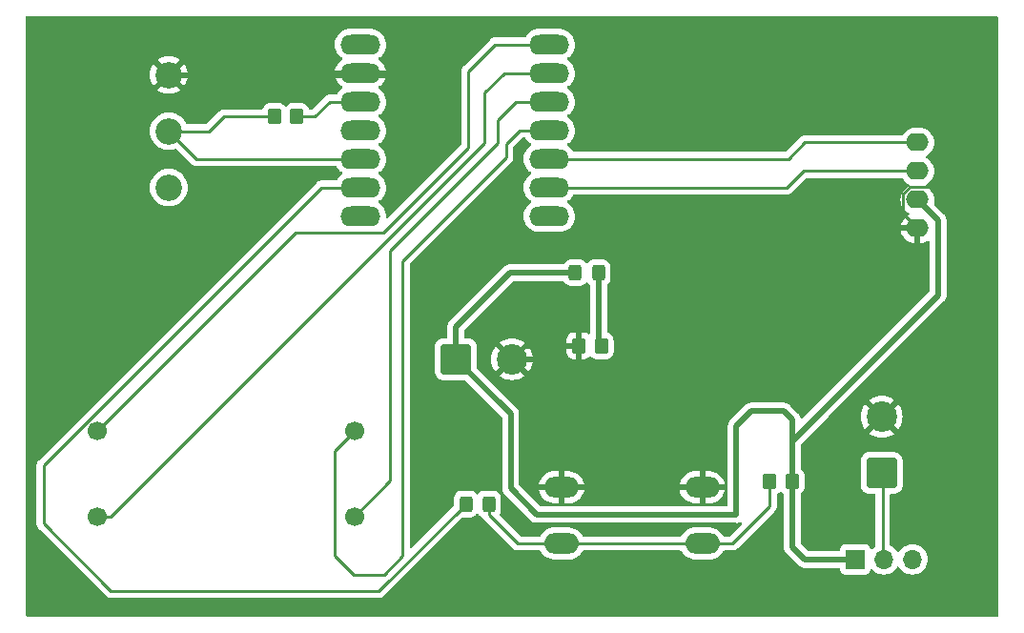
<source format=gbr>
%TF.GenerationSoftware,KiCad,Pcbnew,7.0.10*%
%TF.CreationDate,2024-01-21T17:13:34-08:00*%
%TF.ProjectId,motor_pcb,6d6f746f-725f-4706-9362-2e6b69636164,rev?*%
%TF.SameCoordinates,Original*%
%TF.FileFunction,Copper,L1,Top*%
%TF.FilePolarity,Positive*%
%FSLAX46Y46*%
G04 Gerber Fmt 4.6, Leading zero omitted, Abs format (unit mm)*
G04 Created by KiCad (PCBNEW 7.0.10) date 2024-01-21 17:13:34*
%MOMM*%
%LPD*%
G01*
G04 APERTURE LIST*
G04 Aperture macros list*
%AMRoundRect*
0 Rectangle with rounded corners*
0 $1 Rounding radius*
0 $2 $3 $4 $5 $6 $7 $8 $9 X,Y pos of 4 corners*
0 Add a 4 corners polygon primitive as box body*
4,1,4,$2,$3,$4,$5,$6,$7,$8,$9,$2,$3,0*
0 Add four circle primitives for the rounded corners*
1,1,$1+$1,$2,$3*
1,1,$1+$1,$4,$5*
1,1,$1+$1,$6,$7*
1,1,$1+$1,$8,$9*
0 Add four rect primitives between the rounded corners*
20,1,$1+$1,$2,$3,$4,$5,0*
20,1,$1+$1,$4,$5,$6,$7,0*
20,1,$1+$1,$6,$7,$8,$9,0*
20,1,$1+$1,$8,$9,$2,$3,0*%
G04 Aperture macros list end*
%TA.AperFunction,SMDPad,CuDef*%
%ADD10RoundRect,0.250000X0.350000X0.450000X-0.350000X0.450000X-0.350000X-0.450000X0.350000X-0.450000X0*%
%TD*%
%TA.AperFunction,SMDPad,CuDef*%
%ADD11RoundRect,0.250000X0.325000X0.450000X-0.325000X0.450000X-0.325000X-0.450000X0.325000X-0.450000X0*%
%TD*%
%TA.AperFunction,ComponentPad*%
%ADD12RoundRect,0.250001X-1.099999X-1.099999X1.099999X-1.099999X1.099999X1.099999X-1.099999X1.099999X0*%
%TD*%
%TA.AperFunction,ComponentPad*%
%ADD13C,2.700000*%
%TD*%
%TA.AperFunction,ComponentPad*%
%ADD14C,1.700000*%
%TD*%
%TA.AperFunction,ComponentPad*%
%ADD15O,3.556000X1.778000*%
%TD*%
%TA.AperFunction,ComponentPad*%
%ADD16R,1.700000X1.700000*%
%TD*%
%TA.AperFunction,ComponentPad*%
%ADD17O,1.700000X1.700000*%
%TD*%
%TA.AperFunction,ComponentPad*%
%ADD18O,3.048000X1.850000*%
%TD*%
%TA.AperFunction,ComponentPad*%
%ADD19C,2.340000*%
%TD*%
%TA.AperFunction,SMDPad,CuDef*%
%ADD20RoundRect,0.250000X-0.325000X-0.450000X0.325000X-0.450000X0.325000X0.450000X-0.325000X0.450000X0*%
%TD*%
%TA.AperFunction,ComponentPad*%
%ADD21RoundRect,0.250001X1.099999X-1.099999X1.099999X1.099999X-1.099999X1.099999X-1.099999X-1.099999X0*%
%TD*%
%TA.AperFunction,ComponentPad*%
%ADD22O,2.000000X1.600000*%
%TD*%
%TA.AperFunction,Conductor*%
%ADD23C,0.500000*%
%TD*%
%TA.AperFunction,Conductor*%
%ADD24C,0.250000*%
%TD*%
G04 APERTURE END LIST*
D10*
%TO.P,R3,1*%
%TO.N,Net-(D1-K)*%
X101900000Y-54700000D03*
%TO.P,R3,2*%
%TO.N,GND*%
X99900000Y-54700000D03*
%TD*%
D11*
%TO.P,D1,2,A*%
%TO.N,VCC*%
X99600000Y-48200000D03*
%TO.P,D1,1,K*%
%TO.N,Net-(D1-K)*%
X101650000Y-48200000D03*
%TD*%
D12*
%TO.P,J1,1,Pin_1*%
%TO.N,VCC*%
X88980000Y-55880000D03*
D13*
%TO.P,J1,2,Pin_2*%
%TO.N,GND*%
X93980000Y-55880000D03*
%TD*%
D14*
%TO.P,M1,4*%
%TO.N,Net-(U1-GPIO4_A3_D3)*%
X80010000Y-62230000D03*
%TO.P,M1,3*%
%TO.N,Net-(U1-GPIO3_A2_D2)*%
X80010000Y-69850000D03*
%TO.P,M1,2,-*%
%TO.N,Net-(M1--)*%
X57150000Y-69850000D03*
%TO.P,M1,1*%
%TO.N,Net-(U1-GPIO1_A0_D0)*%
X57150000Y-62230000D03*
%TD*%
D15*
%TO.P,U1,1,GPIO1_A0_D0*%
%TO.N,Net-(U1-GPIO1_A0_D0)*%
X97282000Y-27940000D03*
%TO.P,U1,2,GPIO2_A1_D1*%
%TO.N,Net-(M1--)*%
X97282000Y-30480000D03*
%TO.P,U1,3,GPIO3_A2_D2*%
%TO.N,Net-(U1-GPIO3_A2_D2)*%
X97282000Y-33020000D03*
%TO.P,U1,4,GPIO4_A3_D3*%
%TO.N,Net-(U1-GPIO4_A3_D3)*%
X97282000Y-35560000D03*
%TO.P,U1,5,GPIO4_A3_D3_SDA*%
%TO.N,Net-(Brd1-SDA)*%
X97282000Y-38100000D03*
%TO.P,U1,6,GPIO6_A5_D5_SCL*%
%TO.N,Net-(Brd1-SCL)*%
X97282000Y-40640000D03*
%TO.P,U1,7,GPIO43_TX_D6*%
%TO.N,unconnected-(U1-GPIO43_TX_D6-Pad7)*%
X97282000Y-43180000D03*
%TO.P,U1,8,5V*%
%TO.N,unconnected-(U1-5V-Pad8)*%
X80518000Y-27940000D03*
%TO.P,U1,9,GND*%
%TO.N,GND*%
X80518000Y-30480000D03*
%TO.P,U1,10,3V3*%
%TO.N,Net-(U1-3V3)*%
X80518000Y-33020000D03*
%TO.P,U1,11,GPIO9_A10_D10_COPI*%
%TO.N,unconnected-(U1-GPIO9_A10_D10_COPI-Pad11)*%
X80518000Y-35560000D03*
%TO.P,U1,12,GPIO8_A9_D9_CIPO*%
%TO.N,Net-(U1-GPIO8_A9_D9_CIPO)*%
X80518000Y-38100000D03*
%TO.P,U1,13,GPIO7_A8_D8_SCK*%
%TO.N,Net-(D2-K)*%
X80518000Y-40640000D03*
%TO.P,U1,14,GPIO44_D7_RX*%
%TO.N,unconnected-(U1-GPIO44_D7_RX-Pad14)*%
X80518000Y-43180000D03*
%TD*%
D16*
%TO.P,SW2,1,A*%
%TO.N,VCC*%
X124460000Y-73660000D03*
D17*
%TO.P,SW2,2,B*%
%TO.N,Net-(BT1-+)*%
X127000000Y-73660000D03*
%TO.P,SW2,3,C*%
%TO.N,unconnected-(SW2-C-Pad3)*%
X129540000Y-73660000D03*
%TD*%
D18*
%TO.P,SW1,1,A*%
%TO.N,GND*%
X110875000Y-67250000D03*
X98375000Y-67250000D03*
%TO.P,SW1,2,B*%
%TO.N,Net-(D2-A)*%
X110875000Y-72250000D03*
X98375000Y-72250000D03*
%TD*%
D19*
%TO.P,RV1,1,1*%
%TO.N,unconnected-(RV1-Pad1)*%
X63500000Y-40640000D03*
%TO.P,RV1,2,2*%
%TO.N,Net-(U1-GPIO8_A9_D9_CIPO)*%
X63500000Y-35640000D03*
%TO.P,RV1,3,3*%
%TO.N,GND*%
X63500000Y-30640000D03*
%TD*%
D10*
%TO.P,R2,2*%
%TO.N,Net-(U1-GPIO8_A9_D9_CIPO)*%
X72875000Y-34350000D03*
%TO.P,R2,1*%
%TO.N,Net-(U1-3V3)*%
X74875000Y-34350000D03*
%TD*%
%TO.P,R1,2*%
%TO.N,Net-(D2-A)*%
X116850000Y-66750000D03*
%TO.P,R1,1*%
%TO.N,VCC*%
X118850000Y-66750000D03*
%TD*%
D20*
%TO.P,D2,1,K*%
%TO.N,Net-(D2-K)*%
X89875000Y-68750000D03*
%TO.P,D2,2,A*%
%TO.N,Net-(D2-A)*%
X91925000Y-68750000D03*
%TD*%
D21*
%TO.P,BT1,1,+*%
%TO.N,Net-(BT1-+)*%
X126800000Y-66000000D03*
D13*
%TO.P,BT1,2,-*%
%TO.N,GND*%
X126800000Y-61000000D03*
%TD*%
D22*
%TO.P,Brd1,4,SDA*%
%TO.N,Net-(Brd1-SDA)*%
X129980000Y-36640000D03*
%TO.P,Brd1,3,SCL*%
%TO.N,Net-(Brd1-SCL)*%
X129980000Y-39180000D03*
%TO.P,Brd1,1,GND*%
%TO.N,GND*%
X129980000Y-44260000D03*
%TO.P,Brd1,2,VCC*%
%TO.N,VCC*%
X129980000Y-41720000D03*
%TD*%
D23*
%TO.N,GND*%
X81120000Y-30640000D02*
X83060000Y-30640000D01*
X83060000Y-30640000D02*
X87500000Y-26200000D01*
X87500000Y-26200000D02*
X127800000Y-26200000D01*
X127800000Y-26200000D02*
X133000000Y-31400000D01*
%TO.N,VCC*%
X113900000Y-64225000D02*
X113900000Y-61800000D01*
X113900000Y-61800000D02*
X115200000Y-60500000D01*
X115200000Y-60500000D02*
X118100000Y-60500000D01*
X118100000Y-60500000D02*
X118850000Y-61250000D01*
X118850000Y-61250000D02*
X118850000Y-63150000D01*
X118850000Y-66750000D02*
X118850000Y-63150000D01*
X131800000Y-43540000D02*
X129980000Y-41720000D01*
X118850000Y-63150000D02*
X131800000Y-50200000D01*
X131800000Y-50200000D02*
X131800000Y-43540000D01*
%TO.N,GND*%
X110875000Y-67250000D02*
X110875000Y-53825000D01*
X110875000Y-53825000D02*
X120440000Y-44260000D01*
X120440000Y-44260000D02*
X129980000Y-44260000D01*
X133000000Y-31400000D02*
X133000000Y-40600000D01*
D24*
X129980000Y-44260000D02*
X128655000Y-42935000D01*
X128655000Y-42935000D02*
X128655000Y-41254010D01*
X128655000Y-41254010D02*
X129314010Y-40595000D01*
D23*
X133000000Y-40600000D02*
X133000000Y-54825000D01*
D24*
X129314010Y-40595000D02*
X132995000Y-40595000D01*
X132995000Y-40595000D02*
X133000000Y-40600000D01*
D23*
X133000000Y-54825000D02*
X131755000Y-56070000D01*
X99900000Y-54700000D02*
X95160000Y-54700000D01*
D24*
X95160000Y-54700000D02*
X93980000Y-55880000D01*
D23*
%TO.N,Net-(D1-K)*%
X101650000Y-48200000D02*
X101650000Y-54450000D01*
D24*
X101650000Y-54450000D02*
X101900000Y-54700000D01*
D23*
%TO.N,VCC*%
X88980000Y-55880000D02*
X88980000Y-53020000D01*
X88980000Y-53020000D02*
X93800000Y-48200000D01*
X93800000Y-48200000D02*
X99600000Y-48200000D01*
X118850000Y-66750000D02*
X118850000Y-72550000D01*
X118850000Y-72550000D02*
X119960000Y-73660000D01*
X119960000Y-73660000D02*
X124460000Y-73660000D01*
%TO.N,GND*%
X98375000Y-67250000D02*
X98375000Y-57775000D01*
X98375000Y-57775000D02*
X96480000Y-55880000D01*
X96480000Y-55880000D02*
X93980000Y-55880000D01*
D24*
%TO.N,Net-(D2-A)*%
X98375000Y-72250000D02*
X110875000Y-72250000D01*
D23*
%TO.N,GND*%
X98375000Y-67250000D02*
X110875000Y-67250000D01*
D24*
%TO.N,Net-(D2-K)*%
X58367527Y-76467527D02*
X52375000Y-70475000D01*
X82157473Y-76467527D02*
X58367527Y-76467527D01*
X89875000Y-68750000D02*
X82157473Y-76467527D01*
X52375000Y-70475000D02*
X52375000Y-65343299D01*
X52375000Y-65343299D02*
X77078299Y-40640000D01*
X77078299Y-40640000D02*
X81280000Y-40640000D01*
%TO.N,Net-(Brd1-SCL)*%
X96520000Y-40640000D02*
X118385000Y-40640000D01*
X118385000Y-40640000D02*
X119845000Y-39180000D01*
X119845000Y-39180000D02*
X129980000Y-39180000D01*
%TO.N,Net-(Brd1-SDA)*%
X96520000Y-38100000D02*
X118525000Y-38100000D01*
X118525000Y-38100000D02*
X119985000Y-36640000D01*
X119985000Y-36640000D02*
X129980000Y-36640000D01*
%TO.N,Net-(U1-GPIO1_A0_D0)*%
X57150000Y-62230000D02*
X74755000Y-44625000D01*
X74755000Y-44625000D02*
X82575000Y-44625000D01*
X82575000Y-44625000D02*
X90100000Y-37100000D01*
X90100000Y-30300000D02*
X92460000Y-27940000D01*
X90100000Y-37100000D02*
X90100000Y-30300000D01*
X92460000Y-27940000D02*
X96520000Y-27940000D01*
%TO.N,Net-(M1--)*%
X57150000Y-69850000D02*
X58352081Y-69850000D01*
X91550000Y-36652081D02*
X91550000Y-32225000D01*
X91550000Y-32225000D02*
X93295000Y-30480000D01*
X58352081Y-69850000D02*
X91550000Y-36652081D01*
X93295000Y-30480000D02*
X96520000Y-30480000D01*
%TO.N,Net-(U1-GPIO8_A9_D9_CIPO)*%
X72875000Y-34350000D02*
X68375000Y-34350000D01*
X68375000Y-34350000D02*
X67085000Y-35640000D01*
X67085000Y-35640000D02*
X63500000Y-35640000D01*
%TO.N,Net-(U1-3V3)*%
X74875000Y-34350000D02*
X76450000Y-34350000D01*
X76450000Y-34350000D02*
X77780000Y-33020000D01*
X77780000Y-33020000D02*
X81280000Y-33020000D01*
%TO.N,Net-(U1-GPIO4_A3_D3)*%
X80010000Y-62230000D02*
X78204433Y-64035567D01*
X78204433Y-73329433D02*
X79925000Y-75050000D01*
X84275000Y-47150000D02*
X93475000Y-37950000D01*
X78204433Y-64035567D02*
X78204433Y-73329433D01*
X79925000Y-75050000D02*
X82600000Y-75050000D01*
X94665000Y-35560000D02*
X96520000Y-35560000D01*
X82600000Y-75050000D02*
X84275000Y-73375000D01*
X84275000Y-73375000D02*
X84275000Y-47150000D01*
X93475000Y-37950000D02*
X93475000Y-36750000D01*
X93475000Y-36750000D02*
X94665000Y-35560000D01*
%TO.N,Net-(U1-GPIO3_A2_D2)*%
X80010000Y-69850000D02*
X83163120Y-66696880D01*
X83163120Y-66696880D02*
X83163120Y-46236880D01*
X83163120Y-46236880D02*
X92675000Y-36725000D01*
X92675000Y-36725000D02*
X92675000Y-34650000D01*
X92675000Y-34650000D02*
X94305000Y-33020000D01*
X94305000Y-33020000D02*
X96520000Y-33020000D01*
%TO.N,Net-(U1-GPIO8_A9_D9_CIPO)*%
X63500000Y-35640000D02*
X65960000Y-38100000D01*
X65960000Y-38100000D02*
X81280000Y-38100000D01*
D23*
%TO.N,GND*%
X63500000Y-30640000D02*
X81120000Y-30640000D01*
D24*
X81120000Y-30640000D02*
X81280000Y-30480000D01*
D23*
%TO.N,VCC*%
X96175000Y-69675000D02*
X113900000Y-69675000D01*
X88980000Y-55880000D02*
X93850000Y-60750000D01*
X93850000Y-60750000D02*
X93850000Y-67350000D01*
X93850000Y-67350000D02*
X96175000Y-69675000D01*
X113900000Y-69675000D02*
X113900000Y-64225000D01*
D24*
%TO.N,Net-(D2-A)*%
X91925000Y-69700000D02*
X94475000Y-72250000D01*
X91925000Y-68750000D02*
X91925000Y-69700000D01*
X94475000Y-72250000D02*
X98375000Y-72250000D01*
D23*
%TO.N,GND*%
X126900000Y-60925000D02*
X131755000Y-56070000D01*
D24*
%TO.N,Net-(BT1-+)*%
X126900000Y-65925000D02*
X126900000Y-73560000D01*
X126900000Y-73560000D02*
X127000000Y-73660000D01*
%TO.N,Net-(D2-A)*%
X116850000Y-66750000D02*
X116850000Y-68950000D01*
X116850000Y-68950000D02*
X113550000Y-72250000D01*
X113550000Y-72250000D02*
X110875000Y-72250000D01*
%TD*%
%TA.AperFunction,Conductor*%
%TO.N,GND*%
G36*
X95144133Y-36205185D02*
G01*
X95182683Y-36244486D01*
X95271802Y-36389225D01*
X95271803Y-36389226D01*
X95428075Y-36566785D01*
X95428079Y-36566789D01*
X95612102Y-36715377D01*
X95626892Y-36723639D01*
X95675819Y-36773516D01*
X95690014Y-36841928D01*
X95664970Y-36907155D01*
X95635858Y-36934629D01*
X95516942Y-37015002D01*
X95516932Y-37015010D01*
X95346168Y-37178674D01*
X95205524Y-37368838D01*
X95205521Y-37368842D01*
X95099039Y-37580037D01*
X95099036Y-37580043D01*
X95029775Y-37806206D01*
X94999733Y-38040815D01*
X95009770Y-38277125D01*
X95009770Y-38277126D01*
X95059603Y-38508348D01*
X95147733Y-38727672D01*
X95147793Y-38727820D01*
X95163949Y-38754058D01*
X95271806Y-38929229D01*
X95428075Y-39106785D01*
X95428079Y-39106789D01*
X95530198Y-39189244D01*
X95612102Y-39255377D01*
X95626892Y-39263639D01*
X95675819Y-39313516D01*
X95690014Y-39381928D01*
X95664970Y-39447155D01*
X95635858Y-39474629D01*
X95516942Y-39555002D01*
X95516932Y-39555010D01*
X95346168Y-39718674D01*
X95205524Y-39908838D01*
X95205521Y-39908842D01*
X95099039Y-40120037D01*
X95099036Y-40120043D01*
X95029775Y-40346206D01*
X94999733Y-40580815D01*
X95009770Y-40817125D01*
X95009770Y-40817126D01*
X95059603Y-41048348D01*
X95147733Y-41267672D01*
X95147793Y-41267820D01*
X95168727Y-41301819D01*
X95271806Y-41469229D01*
X95428075Y-41646785D01*
X95428079Y-41646789D01*
X95592332Y-41779414D01*
X95612102Y-41795377D01*
X95626892Y-41803639D01*
X95675819Y-41853516D01*
X95690014Y-41921928D01*
X95664970Y-41987155D01*
X95635858Y-42014629D01*
X95516942Y-42095002D01*
X95516932Y-42095010D01*
X95346168Y-42258674D01*
X95205524Y-42448838D01*
X95205521Y-42448842D01*
X95099039Y-42660037D01*
X95099036Y-42660043D01*
X95029775Y-42886206D01*
X94999733Y-43120815D01*
X95009770Y-43357125D01*
X95009770Y-43357126D01*
X95059603Y-43588348D01*
X95134733Y-43775320D01*
X95147793Y-43807820D01*
X95178600Y-43857853D01*
X95271806Y-44009229D01*
X95428075Y-44186785D01*
X95428079Y-44186789D01*
X95607782Y-44331889D01*
X95612102Y-44335377D01*
X95818594Y-44450730D01*
X96041611Y-44529527D01*
X96041617Y-44529528D01*
X96274726Y-44569499D01*
X96274734Y-44569499D01*
X96274736Y-44569500D01*
X96274737Y-44569500D01*
X98230027Y-44569500D01*
X98230028Y-44569500D01*
X98230029Y-44569499D01*
X98230046Y-44569499D01*
X98406671Y-44554466D01*
X98406674Y-44554465D01*
X98406676Y-44554465D01*
X98635571Y-44494865D01*
X98851102Y-44397439D01*
X99047068Y-44264990D01*
X99217831Y-44101327D01*
X99358478Y-43911159D01*
X99464964Y-43699957D01*
X99534224Y-43473797D01*
X99564267Y-43239185D01*
X99563684Y-43225471D01*
X99554229Y-43002874D01*
X99554229Y-43002873D01*
X99554229Y-43002871D01*
X99504397Y-42771652D01*
X99416207Y-42552180D01*
X99292193Y-42350770D01*
X99135925Y-42173215D01*
X99135924Y-42173214D01*
X99135920Y-42173210D01*
X98951897Y-42024622D01*
X98937102Y-42016357D01*
X98888177Y-41966476D01*
X98873985Y-41898063D01*
X98899034Y-41832838D01*
X98928136Y-41805372D01*
X99047068Y-41724990D01*
X99217831Y-41561327D01*
X99358478Y-41371159D01*
X99377378Y-41333672D01*
X99425136Y-41282675D01*
X99488100Y-41265500D01*
X118302257Y-41265500D01*
X118317877Y-41267224D01*
X118317904Y-41266939D01*
X118325660Y-41267671D01*
X118325667Y-41267673D01*
X118392873Y-41265561D01*
X118396768Y-41265500D01*
X118424346Y-41265500D01*
X118424350Y-41265500D01*
X118428324Y-41264997D01*
X118439963Y-41264080D01*
X118483627Y-41262709D01*
X118502869Y-41257117D01*
X118521912Y-41253174D01*
X118541792Y-41250664D01*
X118582401Y-41234585D01*
X118593444Y-41230803D01*
X118635390Y-41218618D01*
X118652629Y-41208422D01*
X118670103Y-41199862D01*
X118688727Y-41192488D01*
X118688727Y-41192487D01*
X118688732Y-41192486D01*
X118724083Y-41166800D01*
X118733814Y-41160408D01*
X118771420Y-41138170D01*
X118785589Y-41123999D01*
X118800379Y-41111368D01*
X118816587Y-41099594D01*
X118844438Y-41065926D01*
X118852279Y-41057309D01*
X120067771Y-39841819D01*
X120129094Y-39808334D01*
X120155452Y-39805500D01*
X128565812Y-39805500D01*
X128632851Y-39825185D01*
X128667387Y-39858377D01*
X128779954Y-40019141D01*
X128940858Y-40180045D01*
X128940861Y-40180047D01*
X129127266Y-40310568D01*
X129185275Y-40337618D01*
X129237714Y-40383791D01*
X129256866Y-40450984D01*
X129236650Y-40517865D01*
X129185275Y-40562382D01*
X129127267Y-40589431D01*
X129127265Y-40589432D01*
X128940858Y-40719954D01*
X128779954Y-40880858D01*
X128649432Y-41067265D01*
X128649431Y-41067267D01*
X128553261Y-41273502D01*
X128553258Y-41273511D01*
X128494366Y-41493302D01*
X128494364Y-41493313D01*
X128474532Y-41719998D01*
X128474532Y-41720001D01*
X128494364Y-41946686D01*
X128494366Y-41946697D01*
X128553258Y-42166488D01*
X128553261Y-42166497D01*
X128649431Y-42372732D01*
X128649432Y-42372734D01*
X128779954Y-42559141D01*
X128940858Y-42720045D01*
X128940861Y-42720047D01*
X129127266Y-42850568D01*
X129185865Y-42877893D01*
X129238305Y-42924065D01*
X129257457Y-42991258D01*
X129237242Y-43058139D01*
X129185867Y-43102657D01*
X129127515Y-43129867D01*
X128941179Y-43260342D01*
X128780342Y-43421179D01*
X128649865Y-43607517D01*
X128553734Y-43813673D01*
X128553730Y-43813682D01*
X128501127Y-44009999D01*
X128501128Y-44010000D01*
X129546314Y-44010000D01*
X129520507Y-44050156D01*
X129480000Y-44188111D01*
X129480000Y-44331889D01*
X129520507Y-44469844D01*
X129546314Y-44510000D01*
X128501128Y-44510000D01*
X128553730Y-44706317D01*
X128553734Y-44706326D01*
X128649865Y-44912482D01*
X128780342Y-45098820D01*
X128941179Y-45259657D01*
X129127517Y-45390134D01*
X129333673Y-45486265D01*
X129333682Y-45486269D01*
X129553389Y-45545139D01*
X129553400Y-45545141D01*
X129723233Y-45559999D01*
X129723236Y-45560000D01*
X129730000Y-45560000D01*
X129730000Y-44695501D01*
X129837685Y-44744680D01*
X129944237Y-44760000D01*
X130015763Y-44760000D01*
X130122315Y-44744680D01*
X130230000Y-44695501D01*
X130230000Y-45560000D01*
X130236764Y-45560000D01*
X130236766Y-45559999D01*
X130406599Y-45545141D01*
X130406610Y-45545139D01*
X130626317Y-45486269D01*
X130626326Y-45486265D01*
X130832483Y-45390133D01*
X130832485Y-45390132D01*
X130854374Y-45374805D01*
X130920580Y-45352476D01*
X130988347Y-45369485D01*
X131036162Y-45420431D01*
X131049500Y-45476378D01*
X131049500Y-49837770D01*
X131029815Y-49904809D01*
X131013181Y-49925451D01*
X119795405Y-61143226D01*
X119734082Y-61176711D01*
X119664390Y-61171727D01*
X119608457Y-61129855D01*
X119589452Y-61082174D01*
X119586908Y-61082778D01*
X119585242Y-61075750D01*
X119585241Y-61075748D01*
X119585241Y-61075745D01*
X119559567Y-61005206D01*
X119558420Y-61001908D01*
X119534814Y-60930666D01*
X119534811Y-60930662D01*
X119531762Y-60924121D01*
X119531815Y-60924095D01*
X119528531Y-60917311D01*
X119528479Y-60917338D01*
X119525236Y-60910882D01*
X119514748Y-60894936D01*
X119484025Y-60848222D01*
X119482088Y-60845181D01*
X119442714Y-60781347D01*
X119438234Y-60775681D01*
X119438280Y-60775643D01*
X119433519Y-60769799D01*
X119433474Y-60769838D01*
X119428831Y-60764305D01*
X119374290Y-60712848D01*
X119371703Y-60710335D01*
X118675729Y-60014361D01*
X118663949Y-60000730D01*
X118649610Y-59981470D01*
X118611651Y-59949619D01*
X118603686Y-59942318D01*
X118599780Y-59938411D01*
X118575443Y-59919168D01*
X118572647Y-59916890D01*
X118515214Y-59868698D01*
X118509180Y-59864729D01*
X118509212Y-59864680D01*
X118502853Y-59860628D01*
X118502822Y-59860679D01*
X118496680Y-59856891D01*
X118496678Y-59856890D01*
X118496677Y-59856889D01*
X118428688Y-59825184D01*
X118425447Y-59823615D01*
X118361706Y-59791604D01*
X118358433Y-59789960D01*
X118358431Y-59789959D01*
X118358430Y-59789959D01*
X118351645Y-59787489D01*
X118351665Y-59787433D01*
X118344549Y-59784959D01*
X118344531Y-59785015D01*
X118337674Y-59782743D01*
X118264210Y-59767573D01*
X118260693Y-59766793D01*
X118187718Y-59749499D01*
X118180547Y-59748661D01*
X118180553Y-59748601D01*
X118173055Y-59747835D01*
X118173050Y-59747895D01*
X118165860Y-59747265D01*
X118090870Y-59749448D01*
X118087263Y-59749500D01*
X115263705Y-59749500D01*
X115245735Y-59748191D01*
X115221972Y-59744710D01*
X115176826Y-59748661D01*
X115172630Y-59749028D01*
X115161824Y-59749500D01*
X115156284Y-59749500D01*
X115125501Y-59753098D01*
X115121916Y-59753464D01*
X115047199Y-59760001D01*
X115040132Y-59761460D01*
X115040120Y-59761404D01*
X115032763Y-59763035D01*
X115032777Y-59763092D01*
X115025740Y-59764760D01*
X114955231Y-59790421D01*
X114951854Y-59791595D01*
X114912848Y-59804521D01*
X114880668Y-59815185D01*
X114874126Y-59818236D01*
X114874101Y-59818183D01*
X114867308Y-59821471D01*
X114867334Y-59821523D01*
X114860880Y-59824764D01*
X114798221Y-59865975D01*
X114795181Y-59867912D01*
X114731348Y-59907285D01*
X114725683Y-59911765D01*
X114725647Y-59911719D01*
X114719798Y-59916484D01*
X114719835Y-59916528D01*
X114714310Y-59921164D01*
X114714304Y-59921169D01*
X114714304Y-59921170D01*
X114690733Y-59946153D01*
X114662832Y-59975726D01*
X114660320Y-59978311D01*
X113414358Y-61224272D01*
X113400729Y-61236051D01*
X113381469Y-61250390D01*
X113349632Y-61288331D01*
X113342346Y-61296284D01*
X113338407Y-61300224D01*
X113319176Y-61324545D01*
X113316902Y-61327337D01*
X113268694Y-61384790D01*
X113264729Y-61390819D01*
X113264682Y-61390788D01*
X113260630Y-61397147D01*
X113260679Y-61397177D01*
X113256889Y-61403321D01*
X113225192Y-61471294D01*
X113223623Y-61474536D01*
X113189957Y-61541572D01*
X113187488Y-61548357D01*
X113187432Y-61548336D01*
X113184960Y-61555450D01*
X113185015Y-61555469D01*
X113182743Y-61562325D01*
X113167573Y-61635788D01*
X113166793Y-61639304D01*
X113149499Y-61712279D01*
X113148661Y-61719454D01*
X113148601Y-61719447D01*
X113147835Y-61726945D01*
X113147895Y-61726951D01*
X113147265Y-61734140D01*
X113149448Y-61809128D01*
X113149500Y-61812735D01*
X113149500Y-68800500D01*
X113129815Y-68867539D01*
X113077011Y-68913294D01*
X113025500Y-68924500D01*
X96537229Y-68924500D01*
X96470190Y-68904815D01*
X96449548Y-68888181D01*
X94636819Y-67075451D01*
X94603334Y-67014128D01*
X94601815Y-66999999D01*
X96371377Y-66999999D01*
X96371378Y-67000000D01*
X97774272Y-67000000D01*
X97751900Y-67047543D01*
X97721127Y-67208862D01*
X97731439Y-67372766D01*
X97772780Y-67500000D01*
X96372161Y-67500000D01*
X96408536Y-67668782D01*
X96408537Y-67668785D01*
X96498978Y-67893856D01*
X96626161Y-68100415D01*
X96786422Y-68282507D01*
X96786426Y-68282511D01*
X96975144Y-68434890D01*
X96975150Y-68434894D01*
X97186917Y-68553194D01*
X97415629Y-68634003D01*
X97415637Y-68634005D01*
X97654706Y-68674999D01*
X97654715Y-68675000D01*
X98125000Y-68675000D01*
X98125000Y-67854310D01*
X98133817Y-67859158D01*
X98292886Y-67900000D01*
X98415894Y-67900000D01*
X98537933Y-67884583D01*
X98625000Y-67850110D01*
X98625000Y-68675000D01*
X99034533Y-68675000D01*
X99034550Y-68674999D01*
X99215692Y-68659582D01*
X99450440Y-68598458D01*
X99671472Y-68498546D01*
X99671480Y-68498541D01*
X99872450Y-68362708D01*
X99872453Y-68362706D01*
X100047575Y-68194864D01*
X100047576Y-68194863D01*
X100191813Y-67999843D01*
X100301021Y-67783242D01*
X100372053Y-67551299D01*
X100378622Y-67500000D01*
X98975728Y-67500000D01*
X98998100Y-67452457D01*
X99028873Y-67291138D01*
X99018561Y-67127234D01*
X98977220Y-67000000D01*
X100377839Y-67000000D01*
X100377839Y-66999999D01*
X108871377Y-66999999D01*
X108871378Y-67000000D01*
X110274272Y-67000000D01*
X110251900Y-67047543D01*
X110221127Y-67208862D01*
X110231439Y-67372766D01*
X110272780Y-67500000D01*
X108872161Y-67500000D01*
X108908536Y-67668782D01*
X108908537Y-67668785D01*
X108998978Y-67893856D01*
X109126161Y-68100415D01*
X109286422Y-68282507D01*
X109286426Y-68282511D01*
X109475144Y-68434890D01*
X109475150Y-68434894D01*
X109686917Y-68553194D01*
X109915629Y-68634003D01*
X109915637Y-68634005D01*
X110154706Y-68674999D01*
X110154715Y-68675000D01*
X110625000Y-68675000D01*
X110625000Y-67854310D01*
X110633817Y-67859158D01*
X110792886Y-67900000D01*
X110915894Y-67900000D01*
X111037933Y-67884583D01*
X111125000Y-67850110D01*
X111125000Y-68675000D01*
X111534533Y-68675000D01*
X111534550Y-68674999D01*
X111715692Y-68659582D01*
X111950440Y-68598458D01*
X112171472Y-68498546D01*
X112171480Y-68498541D01*
X112372450Y-68362708D01*
X112372453Y-68362706D01*
X112547575Y-68194864D01*
X112547576Y-68194863D01*
X112691813Y-67999843D01*
X112801021Y-67783242D01*
X112872053Y-67551299D01*
X112878622Y-67500000D01*
X111475728Y-67500000D01*
X111498100Y-67452457D01*
X111528873Y-67291138D01*
X111518561Y-67127234D01*
X111477220Y-67000000D01*
X112877839Y-67000000D01*
X112841463Y-66831217D01*
X112841462Y-66831214D01*
X112751021Y-66606143D01*
X112623838Y-66399584D01*
X112463577Y-66217492D01*
X112463573Y-66217488D01*
X112274855Y-66065109D01*
X112274849Y-66065105D01*
X112063082Y-65946805D01*
X111834370Y-65865996D01*
X111834362Y-65865994D01*
X111595293Y-65825000D01*
X111125000Y-65825000D01*
X111125000Y-66645689D01*
X111116183Y-66640842D01*
X110957114Y-66600000D01*
X110834106Y-66600000D01*
X110712067Y-66615417D01*
X110625000Y-66649889D01*
X110625000Y-65825000D01*
X110215449Y-65825000D01*
X110034307Y-65840417D01*
X109799559Y-65901541D01*
X109578527Y-66001453D01*
X109578519Y-66001458D01*
X109377549Y-66137291D01*
X109377546Y-66137293D01*
X109202424Y-66305135D01*
X109202423Y-66305136D01*
X109058186Y-66500156D01*
X108948978Y-66716757D01*
X108877946Y-66948700D01*
X108871377Y-66999999D01*
X100377839Y-66999999D01*
X100341463Y-66831217D01*
X100341462Y-66831214D01*
X100251021Y-66606143D01*
X100123838Y-66399584D01*
X99963577Y-66217492D01*
X99963573Y-66217488D01*
X99774855Y-66065109D01*
X99774849Y-66065105D01*
X99563082Y-65946805D01*
X99334370Y-65865996D01*
X99334362Y-65865994D01*
X99095293Y-65825000D01*
X98625000Y-65825000D01*
X98625000Y-66645689D01*
X98616183Y-66640842D01*
X98457114Y-66600000D01*
X98334106Y-66600000D01*
X98212067Y-66615417D01*
X98125000Y-66649889D01*
X98125000Y-65825000D01*
X97715449Y-65825000D01*
X97534307Y-65840417D01*
X97299559Y-65901541D01*
X97078527Y-66001453D01*
X97078519Y-66001458D01*
X96877549Y-66137291D01*
X96877546Y-66137293D01*
X96702424Y-66305135D01*
X96702423Y-66305136D01*
X96558186Y-66500156D01*
X96448978Y-66716757D01*
X96377946Y-66948700D01*
X96371377Y-66999999D01*
X94601815Y-66999999D01*
X94600500Y-66987770D01*
X94600500Y-60813705D01*
X94601809Y-60795735D01*
X94604752Y-60775643D01*
X94605289Y-60771977D01*
X94605226Y-60771260D01*
X94600972Y-60722630D01*
X94600500Y-60711822D01*
X94600500Y-60706296D01*
X94600500Y-60706291D01*
X94596901Y-60675509D01*
X94596536Y-60671929D01*
X94589999Y-60597201D01*
X94588539Y-60590129D01*
X94588597Y-60590116D01*
X94586965Y-60582757D01*
X94586906Y-60582772D01*
X94585242Y-60575753D01*
X94585241Y-60575745D01*
X94559591Y-60505273D01*
X94558408Y-60501868D01*
X94534813Y-60430663D01*
X94531764Y-60424124D01*
X94531817Y-60424099D01*
X94528531Y-60417311D01*
X94528479Y-60417338D01*
X94525236Y-60410882D01*
X94484025Y-60348222D01*
X94482088Y-60345181D01*
X94442714Y-60281347D01*
X94438234Y-60275681D01*
X94438280Y-60275643D01*
X94433519Y-60269799D01*
X94433474Y-60269838D01*
X94428831Y-60264305D01*
X94374290Y-60212848D01*
X94371703Y-60210335D01*
X90866819Y-56705451D01*
X90833334Y-56644128D01*
X90830500Y-56617770D01*
X90830500Y-55880001D01*
X92125274Y-55880001D01*
X92144152Y-56143960D01*
X92200400Y-56402528D01*
X92292884Y-56650487D01*
X92419701Y-56882735D01*
X92419706Y-56882743D01*
X92507038Y-56999406D01*
X93228766Y-56277677D01*
X93272316Y-56359822D01*
X93392009Y-56500735D01*
X93539195Y-56612623D01*
X93581402Y-56632150D01*
X92860592Y-57352959D01*
X92860593Y-57352960D01*
X92977256Y-57440293D01*
X92977264Y-57440298D01*
X93209513Y-57567115D01*
X93209512Y-57567115D01*
X93457471Y-57659599D01*
X93716039Y-57715847D01*
X93979999Y-57734726D01*
X93980001Y-57734726D01*
X94243960Y-57715847D01*
X94502528Y-57659599D01*
X94750487Y-57567115D01*
X94982735Y-57440298D01*
X94982736Y-57440297D01*
X95099406Y-57352959D01*
X94378609Y-56632161D01*
X94497431Y-56560669D01*
X94631658Y-56433523D01*
X94734861Y-56281308D01*
X95452959Y-56999406D01*
X95540297Y-56882736D01*
X95540298Y-56882735D01*
X95667115Y-56650487D01*
X95759599Y-56402528D01*
X95815847Y-56143960D01*
X95834726Y-55880001D01*
X95834726Y-55879998D01*
X95815847Y-55616039D01*
X95759599Y-55357471D01*
X95667115Y-55109512D01*
X95580015Y-54950000D01*
X98800001Y-54950000D01*
X98800001Y-55199986D01*
X98810494Y-55302697D01*
X98865641Y-55469119D01*
X98865643Y-55469124D01*
X98957684Y-55618345D01*
X99081654Y-55742315D01*
X99230875Y-55834356D01*
X99230880Y-55834358D01*
X99397302Y-55889505D01*
X99397309Y-55889506D01*
X99500019Y-55899999D01*
X99649999Y-55899999D01*
X99650000Y-55899998D01*
X99650000Y-54950000D01*
X98800001Y-54950000D01*
X95580015Y-54950000D01*
X95540298Y-54877264D01*
X95540293Y-54877256D01*
X95452960Y-54760593D01*
X95452959Y-54760592D01*
X94731232Y-55482319D01*
X94687684Y-55400178D01*
X94567991Y-55259265D01*
X94420805Y-55147377D01*
X94378596Y-55127849D01*
X95056445Y-54450000D01*
X98800000Y-54450000D01*
X99650000Y-54450000D01*
X99650000Y-53500000D01*
X99500027Y-53500000D01*
X99500012Y-53500001D01*
X99397302Y-53510494D01*
X99230880Y-53565641D01*
X99230875Y-53565643D01*
X99081654Y-53657684D01*
X98957684Y-53781654D01*
X98865643Y-53930875D01*
X98865641Y-53930880D01*
X98810494Y-54097302D01*
X98810493Y-54097309D01*
X98800000Y-54200013D01*
X98800000Y-54450000D01*
X95056445Y-54450000D01*
X95099406Y-54407039D01*
X95099406Y-54407038D01*
X94982743Y-54319706D01*
X94982735Y-54319701D01*
X94750486Y-54192884D01*
X94750487Y-54192884D01*
X94502528Y-54100400D01*
X94243960Y-54044152D01*
X93980001Y-54025274D01*
X93979999Y-54025274D01*
X93716039Y-54044152D01*
X93457471Y-54100400D01*
X93209512Y-54192884D01*
X92977264Y-54319701D01*
X92860593Y-54407039D01*
X93581391Y-55127837D01*
X93462569Y-55199331D01*
X93328342Y-55326477D01*
X93225138Y-55478692D01*
X92507039Y-54760593D01*
X92419701Y-54877264D01*
X92292884Y-55109512D01*
X92200400Y-55357471D01*
X92144152Y-55616039D01*
X92125274Y-55879998D01*
X92125274Y-55880001D01*
X90830500Y-55880001D01*
X90830500Y-54729997D01*
X90830499Y-54729984D01*
X90819999Y-54627204D01*
X90819999Y-54627203D01*
X90764814Y-54460666D01*
X90763915Y-54459209D01*
X90672713Y-54311348D01*
X90672710Y-54311344D01*
X90548655Y-54187289D01*
X90548651Y-54187286D01*
X90399337Y-54095187D01*
X90399335Y-54095186D01*
X90316065Y-54067593D01*
X90232797Y-54040001D01*
X90232795Y-54040000D01*
X90130015Y-54029500D01*
X90130008Y-54029500D01*
X89854500Y-54029500D01*
X89787461Y-54009815D01*
X89741706Y-53957011D01*
X89730500Y-53905500D01*
X89730500Y-53382229D01*
X89750185Y-53315190D01*
X89766819Y-53294548D01*
X94074548Y-48986819D01*
X94135871Y-48953334D01*
X94162229Y-48950500D01*
X98509362Y-48950500D01*
X98576401Y-48970185D01*
X98614899Y-49009401D01*
X98682288Y-49118656D01*
X98806344Y-49242712D01*
X98955666Y-49334814D01*
X99122203Y-49389999D01*
X99224991Y-49400500D01*
X99975008Y-49400499D01*
X99975016Y-49400498D01*
X99975019Y-49400498D01*
X100031302Y-49394748D01*
X100077797Y-49389999D01*
X100244334Y-49334814D01*
X100393656Y-49242712D01*
X100517712Y-49118656D01*
X100519461Y-49115819D01*
X100521169Y-49114283D01*
X100522193Y-49112989D01*
X100522414Y-49113163D01*
X100571406Y-49069096D01*
X100640368Y-49057872D01*
X100704451Y-49085713D01*
X100730537Y-49115817D01*
X100732288Y-49118656D01*
X100732289Y-49118657D01*
X100732290Y-49118658D01*
X100861451Y-49247819D01*
X100859559Y-49249710D01*
X100892774Y-49296583D01*
X100899500Y-49336867D01*
X100899500Y-53547246D01*
X100879815Y-53614285D01*
X100827011Y-53660040D01*
X100757853Y-53669984D01*
X100710403Y-53652785D01*
X100569124Y-53565643D01*
X100569119Y-53565641D01*
X100402697Y-53510494D01*
X100402690Y-53510493D01*
X100299986Y-53500000D01*
X100150000Y-53500000D01*
X100150000Y-55899999D01*
X100299972Y-55899999D01*
X100299986Y-55899998D01*
X100402697Y-55889505D01*
X100569119Y-55834358D01*
X100569124Y-55834356D01*
X100718342Y-55742317D01*
X100811964Y-55648695D01*
X100873287Y-55615210D01*
X100942979Y-55620194D01*
X100987327Y-55648695D01*
X101081344Y-55742712D01*
X101230666Y-55834814D01*
X101397203Y-55889999D01*
X101499991Y-55900500D01*
X102300008Y-55900499D01*
X102300016Y-55900498D01*
X102300019Y-55900498D01*
X102356302Y-55894748D01*
X102402797Y-55889999D01*
X102569334Y-55834814D01*
X102718656Y-55742712D01*
X102842712Y-55618656D01*
X102934814Y-55469334D01*
X102989999Y-55302797D01*
X103000500Y-55200009D01*
X103000499Y-54199992D01*
X102999201Y-54187289D01*
X102989999Y-54097203D01*
X102989998Y-54097200D01*
X102985796Y-54084518D01*
X102934814Y-53930666D01*
X102842712Y-53781344D01*
X102718656Y-53657288D01*
X102569334Y-53565186D01*
X102485495Y-53537404D01*
X102428051Y-53497632D01*
X102401228Y-53433116D01*
X102400500Y-53419699D01*
X102400500Y-49336867D01*
X102420185Y-49269828D01*
X102439386Y-49248656D01*
X102438549Y-49247819D01*
X102443658Y-49242710D01*
X102567712Y-49118656D01*
X102659814Y-48969334D01*
X102714999Y-48802797D01*
X102725500Y-48700009D01*
X102725499Y-47699992D01*
X102714999Y-47597203D01*
X102659814Y-47430666D01*
X102567712Y-47281344D01*
X102443656Y-47157288D01*
X102294334Y-47065186D01*
X102127797Y-47010001D01*
X102127795Y-47010000D01*
X102025010Y-46999500D01*
X101274998Y-46999500D01*
X101274980Y-46999501D01*
X101172203Y-47010000D01*
X101172200Y-47010001D01*
X101005668Y-47065185D01*
X101005663Y-47065187D01*
X100856342Y-47157289D01*
X100732285Y-47281346D01*
X100730537Y-47284182D01*
X100728829Y-47285717D01*
X100727807Y-47287011D01*
X100727585Y-47286836D01*
X100678589Y-47330905D01*
X100609626Y-47342126D01*
X100545544Y-47314282D01*
X100519463Y-47284182D01*
X100517714Y-47281346D01*
X100393657Y-47157289D01*
X100393656Y-47157288D01*
X100244334Y-47065186D01*
X100077797Y-47010001D01*
X100077795Y-47010000D01*
X99975010Y-46999500D01*
X99224998Y-46999500D01*
X99224980Y-46999501D01*
X99122203Y-47010000D01*
X99122200Y-47010001D01*
X98955668Y-47065185D01*
X98955663Y-47065187D01*
X98806342Y-47157289D01*
X98682289Y-47281342D01*
X98661972Y-47314282D01*
X98625897Y-47372770D01*
X98614901Y-47390597D01*
X98562953Y-47437321D01*
X98509362Y-47449500D01*
X93863705Y-47449500D01*
X93845735Y-47448191D01*
X93821972Y-47444710D01*
X93775642Y-47448764D01*
X93772632Y-47449028D01*
X93761826Y-47449500D01*
X93756284Y-47449500D01*
X93725484Y-47453100D01*
X93721899Y-47453466D01*
X93647200Y-47460001D01*
X93640133Y-47461461D01*
X93640121Y-47461404D01*
X93632754Y-47463038D01*
X93632768Y-47463094D01*
X93625745Y-47464758D01*
X93555270Y-47490407D01*
X93551870Y-47491589D01*
X93480666Y-47515185D01*
X93474119Y-47518238D01*
X93474094Y-47518186D01*
X93467314Y-47521468D01*
X93467340Y-47521520D01*
X93460882Y-47524763D01*
X93398235Y-47565966D01*
X93395199Y-47567900D01*
X93331346Y-47607287D01*
X93325677Y-47611770D01*
X93325641Y-47611724D01*
X93319798Y-47616484D01*
X93319835Y-47616528D01*
X93314310Y-47621164D01*
X93262832Y-47675726D01*
X93260320Y-47678311D01*
X88494358Y-52444272D01*
X88480729Y-52456051D01*
X88461469Y-52470390D01*
X88429632Y-52508331D01*
X88422346Y-52516284D01*
X88418407Y-52520224D01*
X88399176Y-52544545D01*
X88396902Y-52547337D01*
X88348694Y-52604790D01*
X88344729Y-52610819D01*
X88344682Y-52610788D01*
X88340630Y-52617147D01*
X88340679Y-52617177D01*
X88336889Y-52623321D01*
X88305192Y-52691294D01*
X88303623Y-52694536D01*
X88269957Y-52761572D01*
X88267488Y-52768357D01*
X88267432Y-52768336D01*
X88264960Y-52775450D01*
X88265015Y-52775469D01*
X88262743Y-52782325D01*
X88247573Y-52855788D01*
X88246793Y-52859304D01*
X88229499Y-52932279D01*
X88228661Y-52939454D01*
X88228601Y-52939447D01*
X88227835Y-52946945D01*
X88227895Y-52946951D01*
X88227265Y-52954140D01*
X88229448Y-53029128D01*
X88229500Y-53032735D01*
X88229500Y-53905500D01*
X88209815Y-53972539D01*
X88157011Y-54018294D01*
X88105500Y-54029500D01*
X87829984Y-54029500D01*
X87727204Y-54040000D01*
X87727203Y-54040001D01*
X87560664Y-54095186D01*
X87560662Y-54095187D01*
X87411348Y-54187286D01*
X87411344Y-54187289D01*
X87287289Y-54311344D01*
X87287286Y-54311348D01*
X87195187Y-54460662D01*
X87195186Y-54460664D01*
X87140001Y-54627203D01*
X87140000Y-54627204D01*
X87129500Y-54729984D01*
X87129500Y-57030015D01*
X87140000Y-57132795D01*
X87140001Y-57132796D01*
X87195186Y-57299335D01*
X87195187Y-57299337D01*
X87287286Y-57448651D01*
X87287289Y-57448655D01*
X87411344Y-57572710D01*
X87411348Y-57572713D01*
X87560662Y-57664812D01*
X87560664Y-57664813D01*
X87560666Y-57664814D01*
X87727203Y-57719999D01*
X87829992Y-57730500D01*
X89717770Y-57730500D01*
X89784809Y-57750185D01*
X89805451Y-57766819D01*
X93063181Y-61024549D01*
X93096666Y-61085872D01*
X93099500Y-61112230D01*
X93099500Y-67286294D01*
X93098191Y-67304263D01*
X93094710Y-67328025D01*
X93099028Y-67377368D01*
X93099500Y-67388176D01*
X93099500Y-67393711D01*
X93103098Y-67424495D01*
X93103464Y-67428083D01*
X93110000Y-67502791D01*
X93111461Y-67509867D01*
X93111403Y-67509878D01*
X93113034Y-67517237D01*
X93113092Y-67517224D01*
X93114757Y-67524249D01*
X93114758Y-67524254D01*
X93114759Y-67524255D01*
X93133510Y-67575776D01*
X93140400Y-67594705D01*
X93141582Y-67598107D01*
X93165182Y-67669326D01*
X93168236Y-67675874D01*
X93168182Y-67675898D01*
X93171470Y-67682688D01*
X93171521Y-67682663D01*
X93174761Y-67689114D01*
X93215979Y-67751784D01*
X93217889Y-67754782D01*
X93244803Y-67798415D01*
X93257289Y-67818658D01*
X93261766Y-67824319D01*
X93261719Y-67824356D01*
X93266482Y-67830202D01*
X93266528Y-67830164D01*
X93271173Y-67835699D01*
X93325708Y-67887150D01*
X93328296Y-67889664D01*
X95599267Y-70160634D01*
X95611048Y-70174266D01*
X95625389Y-70193529D01*
X95625390Y-70193530D01*
X95663343Y-70225376D01*
X95671319Y-70232686D01*
X95675220Y-70236588D01*
X95699543Y-70255820D01*
X95702304Y-70258069D01*
X95718236Y-70271437D01*
X95759789Y-70306305D01*
X95765818Y-70310270D01*
X95765785Y-70310319D01*
X95772143Y-70314369D01*
X95772175Y-70314319D01*
X95778317Y-70318107D01*
X95778319Y-70318108D01*
X95778323Y-70318111D01*
X95842785Y-70348170D01*
X95846315Y-70349816D01*
X95849560Y-70351388D01*
X95893344Y-70373377D01*
X95916567Y-70385040D01*
X95916569Y-70385040D01*
X95923361Y-70387513D01*
X95923340Y-70387570D01*
X95930455Y-70390043D01*
X95930475Y-70389986D01*
X95937323Y-70392254D01*
X95937328Y-70392257D01*
X96010852Y-70407437D01*
X96014286Y-70408199D01*
X96053391Y-70417468D01*
X96087274Y-70425499D01*
X96087275Y-70425499D01*
X96087279Y-70425500D01*
X96087283Y-70425500D01*
X96094452Y-70426338D01*
X96094444Y-70426397D01*
X96101945Y-70427164D01*
X96101951Y-70427105D01*
X96109140Y-70427734D01*
X96109144Y-70427733D01*
X96109145Y-70427734D01*
X96184131Y-70425552D01*
X96187738Y-70425500D01*
X113874555Y-70425500D01*
X113881764Y-70425709D01*
X113943935Y-70429331D01*
X114005304Y-70418508D01*
X114012384Y-70417471D01*
X114074255Y-70410241D01*
X114084782Y-70406408D01*
X114105672Y-70400811D01*
X114116711Y-70398865D01*
X114132961Y-70391855D01*
X114173898Y-70374197D01*
X114180598Y-70371535D01*
X114226165Y-70354950D01*
X114295893Y-70350520D01*
X114356948Y-70384491D01*
X114389945Y-70446078D01*
X114384407Y-70515728D01*
X114356254Y-70559154D01*
X113327228Y-71588181D01*
X113265905Y-71621666D01*
X113239547Y-71624500D01*
X112832183Y-71624500D01*
X112765144Y-71604815D01*
X112726593Y-71565514D01*
X112624242Y-71399286D01*
X112463924Y-71217130D01*
X112463920Y-71217126D01*
X112275129Y-71064688D01*
X112063290Y-70946347D01*
X111834500Y-70865511D01*
X111834486Y-70865507D01*
X111595337Y-70824500D01*
X111595328Y-70824500D01*
X110215446Y-70824500D01*
X110215427Y-70824500D01*
X110034224Y-70839923D01*
X110034222Y-70839924D01*
X109799391Y-70901068D01*
X109799388Y-70901069D01*
X109578286Y-71001013D01*
X109578274Y-71001020D01*
X109377234Y-71136900D01*
X109377232Y-71136902D01*
X109202047Y-71304803D01*
X109202046Y-71304804D01*
X109057760Y-71499891D01*
X109029306Y-71556326D01*
X108981547Y-71607325D01*
X108918583Y-71624500D01*
X100332183Y-71624500D01*
X100265144Y-71604815D01*
X100226593Y-71565514D01*
X100124242Y-71399286D01*
X99963924Y-71217130D01*
X99963920Y-71217126D01*
X99775129Y-71064688D01*
X99563290Y-70946347D01*
X99334500Y-70865511D01*
X99334486Y-70865507D01*
X99095337Y-70824500D01*
X99095328Y-70824500D01*
X97715446Y-70824500D01*
X97715427Y-70824500D01*
X97534224Y-70839923D01*
X97534222Y-70839924D01*
X97299391Y-70901068D01*
X97299388Y-70901069D01*
X97078286Y-71001013D01*
X97078274Y-71001020D01*
X96877234Y-71136900D01*
X96877232Y-71136902D01*
X96702047Y-71304803D01*
X96702046Y-71304804D01*
X96557760Y-71499891D01*
X96529306Y-71556326D01*
X96481547Y-71607325D01*
X96418583Y-71624500D01*
X94785452Y-71624500D01*
X94718413Y-71604815D01*
X94697771Y-71588181D01*
X92887447Y-69777856D01*
X92853962Y-69716533D01*
X92858946Y-69646841D01*
X92869583Y-69625089D01*
X92934814Y-69519334D01*
X92989999Y-69352797D01*
X93000500Y-69250009D01*
X93000499Y-68249992D01*
X92989999Y-68147203D01*
X92934814Y-67980666D01*
X92842712Y-67831344D01*
X92718656Y-67707288D01*
X92569334Y-67615186D01*
X92402797Y-67560001D01*
X92402795Y-67560000D01*
X92300010Y-67549500D01*
X91549998Y-67549500D01*
X91549980Y-67549501D01*
X91447203Y-67560000D01*
X91447200Y-67560001D01*
X91280668Y-67615185D01*
X91280663Y-67615187D01*
X91131342Y-67707289D01*
X91007285Y-67831346D01*
X91005537Y-67834182D01*
X91003829Y-67835717D01*
X91002807Y-67837011D01*
X91002585Y-67836836D01*
X90953589Y-67880905D01*
X90884626Y-67892126D01*
X90820544Y-67864282D01*
X90794463Y-67834182D01*
X90792714Y-67831346D01*
X90668657Y-67707289D01*
X90668656Y-67707288D01*
X90519334Y-67615186D01*
X90352797Y-67560001D01*
X90352795Y-67560000D01*
X90250010Y-67549500D01*
X89499998Y-67549500D01*
X89499980Y-67549501D01*
X89397203Y-67560000D01*
X89397200Y-67560001D01*
X89230668Y-67615185D01*
X89230663Y-67615187D01*
X89081342Y-67707289D01*
X88957289Y-67831342D01*
X88865187Y-67980663D01*
X88865186Y-67980666D01*
X88810001Y-68147203D01*
X88810001Y-68147204D01*
X88810000Y-68147204D01*
X88799500Y-68249983D01*
X88799500Y-68889546D01*
X88779815Y-68956585D01*
X88763181Y-68977227D01*
X85112181Y-72628227D01*
X85050858Y-72661712D01*
X84981166Y-72656728D01*
X84925233Y-72614856D01*
X84900816Y-72549392D01*
X84900500Y-72540546D01*
X84900500Y-47460451D01*
X84920185Y-47393412D01*
X84936814Y-47372775D01*
X93858786Y-38450802D01*
X93871048Y-38440980D01*
X93870865Y-38440759D01*
X93876868Y-38435791D01*
X93876877Y-38435786D01*
X93922934Y-38386739D01*
X93925582Y-38384006D01*
X93945120Y-38364470D01*
X93947570Y-38361310D01*
X93955154Y-38352429D01*
X93985062Y-38320582D01*
X93994714Y-38303023D01*
X94005389Y-38286772D01*
X94017674Y-38270936D01*
X94035030Y-38230825D01*
X94040161Y-38220354D01*
X94061194Y-38182098D01*
X94061194Y-38182097D01*
X94061197Y-38182092D01*
X94066180Y-38162680D01*
X94072477Y-38144291D01*
X94080438Y-38125895D01*
X94087270Y-38082748D01*
X94089639Y-38071316D01*
X94095258Y-38049432D01*
X94100500Y-38029019D01*
X94100500Y-38008983D01*
X94102027Y-37989582D01*
X94105160Y-37969804D01*
X94101050Y-37926324D01*
X94100500Y-37914655D01*
X94100500Y-37060452D01*
X94120185Y-36993413D01*
X94136819Y-36972771D01*
X94887772Y-36221819D01*
X94949095Y-36188334D01*
X94975453Y-36185500D01*
X95077094Y-36185500D01*
X95144133Y-36205185D01*
G37*
%TD.AperFunction*%
%TA.AperFunction,Conductor*%
G36*
X137102539Y-25420185D02*
G01*
X137148294Y-25472989D01*
X137159500Y-25524500D01*
X137159500Y-78615500D01*
X137139815Y-78682539D01*
X137087011Y-78728294D01*
X137035500Y-78739500D01*
X50924500Y-78739500D01*
X50857461Y-78719815D01*
X50811706Y-78667011D01*
X50800500Y-78615500D01*
X50800500Y-65323494D01*
X51744840Y-65323494D01*
X51748950Y-65366973D01*
X51749500Y-65378642D01*
X51749500Y-70392255D01*
X51747775Y-70407872D01*
X51748061Y-70407899D01*
X51747326Y-70415665D01*
X51749439Y-70482872D01*
X51749500Y-70486767D01*
X51749500Y-70514357D01*
X51750003Y-70518335D01*
X51750918Y-70529967D01*
X51752290Y-70573624D01*
X51752291Y-70573627D01*
X51757880Y-70592867D01*
X51761824Y-70611911D01*
X51764336Y-70631792D01*
X51780414Y-70672403D01*
X51784197Y-70683452D01*
X51796381Y-70725388D01*
X51806580Y-70742634D01*
X51815138Y-70760103D01*
X51822514Y-70778732D01*
X51848181Y-70814060D01*
X51854593Y-70823821D01*
X51876828Y-70861417D01*
X51876833Y-70861424D01*
X51890990Y-70875580D01*
X51903628Y-70890376D01*
X51915405Y-70906586D01*
X51915406Y-70906587D01*
X51949057Y-70934425D01*
X51957698Y-70942288D01*
X57866724Y-76851315D01*
X57876549Y-76863578D01*
X57876770Y-76863396D01*
X57881738Y-76869401D01*
X57930749Y-76915426D01*
X57933548Y-76918139D01*
X57953049Y-76937641D01*
X57953053Y-76937644D01*
X57953056Y-76937647D01*
X57956229Y-76940108D01*
X57965101Y-76947686D01*
X57996945Y-76977589D01*
X58014503Y-76987241D01*
X58030760Y-76997920D01*
X58046591Y-77010200D01*
X58076330Y-77023069D01*
X58086679Y-77027548D01*
X58097168Y-77032687D01*
X58120984Y-77045779D01*
X58135435Y-77053724D01*
X58148050Y-77056962D01*
X58154832Y-77058704D01*
X58173246Y-77065008D01*
X58191631Y-77072965D01*
X58234788Y-77079800D01*
X58246183Y-77082159D01*
X58288508Y-77093027D01*
X58308543Y-77093027D01*
X58327940Y-77094553D01*
X58347723Y-77097687D01*
X58391202Y-77093577D01*
X58402871Y-77093027D01*
X82074730Y-77093027D01*
X82090350Y-77094751D01*
X82090377Y-77094466D01*
X82098133Y-77095198D01*
X82098140Y-77095200D01*
X82165346Y-77093088D01*
X82169241Y-77093027D01*
X82196819Y-77093027D01*
X82196823Y-77093027D01*
X82200797Y-77092524D01*
X82212436Y-77091607D01*
X82256100Y-77090236D01*
X82275342Y-77084644D01*
X82294385Y-77080701D01*
X82314265Y-77078191D01*
X82354874Y-77062112D01*
X82365917Y-77058330D01*
X82407863Y-77046145D01*
X82425102Y-77035949D01*
X82442576Y-77027389D01*
X82461200Y-77020015D01*
X82461200Y-77020014D01*
X82461205Y-77020013D01*
X82496556Y-76994327D01*
X82506287Y-76987935D01*
X82543893Y-76965697D01*
X82558062Y-76951526D01*
X82572852Y-76938895D01*
X82589060Y-76927121D01*
X82616911Y-76893453D01*
X82624752Y-76884836D01*
X89522771Y-69986818D01*
X89584094Y-69953333D01*
X89610452Y-69950499D01*
X90250002Y-69950499D01*
X90250008Y-69950499D01*
X90352797Y-69939999D01*
X90519334Y-69884814D01*
X90668656Y-69792712D01*
X90792712Y-69668656D01*
X90794461Y-69665819D01*
X90796169Y-69664283D01*
X90797193Y-69662989D01*
X90797414Y-69663163D01*
X90846406Y-69619096D01*
X90915368Y-69607872D01*
X90979451Y-69635713D01*
X91005537Y-69665817D01*
X91007288Y-69668656D01*
X91131344Y-69792712D01*
X91280666Y-69884814D01*
X91280667Y-69884814D01*
X91280670Y-69884816D01*
X91284751Y-69886719D01*
X91337192Y-69932890D01*
X91346151Y-69949856D01*
X91346381Y-69950389D01*
X91356580Y-69967634D01*
X91365138Y-69985103D01*
X91372514Y-70003732D01*
X91398181Y-70039060D01*
X91404593Y-70048821D01*
X91426828Y-70086417D01*
X91426833Y-70086424D01*
X91440990Y-70100580D01*
X91453628Y-70115376D01*
X91465405Y-70131586D01*
X91465406Y-70131587D01*
X91499057Y-70159425D01*
X91507698Y-70167288D01*
X93974194Y-72633784D01*
X93984019Y-72646048D01*
X93984240Y-72645866D01*
X93989210Y-72651874D01*
X94038239Y-72697915D01*
X94041036Y-72700626D01*
X94060530Y-72720120D01*
X94063695Y-72722575D01*
X94072571Y-72730156D01*
X94104418Y-72760062D01*
X94104422Y-72760064D01*
X94121973Y-72769713D01*
X94138231Y-72780392D01*
X94154064Y-72792674D01*
X94189410Y-72807968D01*
X94194155Y-72810022D01*
X94204635Y-72815155D01*
X94242908Y-72836197D01*
X94262312Y-72841179D01*
X94280710Y-72847478D01*
X94299105Y-72855438D01*
X94342254Y-72862271D01*
X94353680Y-72864638D01*
X94395981Y-72875500D01*
X94416016Y-72875500D01*
X94435413Y-72877026D01*
X94455196Y-72880160D01*
X94498675Y-72876050D01*
X94510344Y-72875500D01*
X96417817Y-72875500D01*
X96484856Y-72895185D01*
X96523407Y-72934486D01*
X96625757Y-73100713D01*
X96786075Y-73282869D01*
X96786079Y-73282873D01*
X96974870Y-73435311D01*
X97186709Y-73553652D01*
X97186712Y-73553653D01*
X97415507Y-73634491D01*
X97415513Y-73634492D01*
X97654662Y-73675499D01*
X97654670Y-73675499D01*
X97654672Y-73675500D01*
X97654673Y-73675500D01*
X99034553Y-73675500D01*
X99034554Y-73675500D01*
X99034555Y-73675499D01*
X99034572Y-73675499D01*
X99215775Y-73660076D01*
X99215775Y-73660075D01*
X99215782Y-73660075D01*
X99450608Y-73598931D01*
X99450611Y-73598930D01*
X99671713Y-73498986D01*
X99671716Y-73498983D01*
X99671723Y-73498981D01*
X99872765Y-73363100D01*
X100047952Y-73195197D01*
X100192244Y-73000102D01*
X100220694Y-72943673D01*
X100268453Y-72892675D01*
X100331417Y-72875500D01*
X108917817Y-72875500D01*
X108984856Y-72895185D01*
X109023407Y-72934486D01*
X109125757Y-73100713D01*
X109286075Y-73282869D01*
X109286079Y-73282873D01*
X109474870Y-73435311D01*
X109686709Y-73553652D01*
X109686712Y-73553653D01*
X109915507Y-73634491D01*
X109915513Y-73634492D01*
X110154662Y-73675499D01*
X110154670Y-73675499D01*
X110154672Y-73675500D01*
X110154673Y-73675500D01*
X111534553Y-73675500D01*
X111534554Y-73675500D01*
X111534555Y-73675499D01*
X111534572Y-73675499D01*
X111715775Y-73660076D01*
X111715775Y-73660075D01*
X111715782Y-73660075D01*
X111950608Y-73598931D01*
X111950611Y-73598930D01*
X112171713Y-73498986D01*
X112171716Y-73498983D01*
X112171723Y-73498981D01*
X112372765Y-73363100D01*
X112547952Y-73195197D01*
X112692244Y-73000102D01*
X112720694Y-72943673D01*
X112768453Y-72892675D01*
X112831417Y-72875500D01*
X113467257Y-72875500D01*
X113482877Y-72877224D01*
X113482904Y-72876939D01*
X113490660Y-72877671D01*
X113490667Y-72877673D01*
X113557873Y-72875561D01*
X113561768Y-72875500D01*
X113589346Y-72875500D01*
X113589350Y-72875500D01*
X113593324Y-72874997D01*
X113604963Y-72874080D01*
X113648627Y-72872709D01*
X113667869Y-72867117D01*
X113686912Y-72863174D01*
X113706792Y-72860664D01*
X113747401Y-72844585D01*
X113758444Y-72840803D01*
X113800390Y-72828618D01*
X113817629Y-72818422D01*
X113835103Y-72809862D01*
X113853727Y-72802488D01*
X113853727Y-72802487D01*
X113853732Y-72802486D01*
X113889083Y-72776800D01*
X113898814Y-72770408D01*
X113936420Y-72748170D01*
X113950589Y-72733999D01*
X113965379Y-72721368D01*
X113981587Y-72709594D01*
X114009438Y-72675926D01*
X114017279Y-72667309D01*
X117233786Y-69450802D01*
X117246048Y-69440980D01*
X117245865Y-69440759D01*
X117251868Y-69435791D01*
X117251877Y-69435786D01*
X117297934Y-69386739D01*
X117300582Y-69384006D01*
X117320120Y-69364470D01*
X117322570Y-69361310D01*
X117330154Y-69352429D01*
X117360062Y-69320582D01*
X117369714Y-69303023D01*
X117380389Y-69286772D01*
X117392674Y-69270936D01*
X117410030Y-69230825D01*
X117415161Y-69220354D01*
X117436194Y-69182098D01*
X117436194Y-69182097D01*
X117436197Y-69182092D01*
X117441180Y-69162680D01*
X117447477Y-69144291D01*
X117455438Y-69125895D01*
X117462270Y-69082748D01*
X117464639Y-69071316D01*
X117475499Y-69029022D01*
X117475500Y-69029017D01*
X117475500Y-69008983D01*
X117477027Y-68989582D01*
X117480160Y-68969804D01*
X117476050Y-68926324D01*
X117475500Y-68914655D01*
X117475500Y-67981057D01*
X117495185Y-67914018D01*
X117534401Y-67875520D01*
X117668656Y-67792712D01*
X117762319Y-67699049D01*
X117823642Y-67665564D01*
X117893334Y-67670548D01*
X117937681Y-67699049D01*
X118031344Y-67792712D01*
X118040591Y-67798416D01*
X118087318Y-67850360D01*
X118099500Y-67903957D01*
X118099500Y-72486294D01*
X118098191Y-72504263D01*
X118094710Y-72528025D01*
X118099028Y-72577368D01*
X118099500Y-72588176D01*
X118099500Y-72593711D01*
X118103098Y-72624495D01*
X118103464Y-72628083D01*
X118110000Y-72702791D01*
X118111461Y-72709867D01*
X118111403Y-72709878D01*
X118113034Y-72717237D01*
X118113092Y-72717224D01*
X118114757Y-72724249D01*
X118114758Y-72724254D01*
X118114759Y-72724255D01*
X118138177Y-72788599D01*
X118140400Y-72794705D01*
X118141582Y-72798107D01*
X118165182Y-72869326D01*
X118168236Y-72875874D01*
X118168182Y-72875898D01*
X118171470Y-72882688D01*
X118171521Y-72882663D01*
X118174761Y-72889114D01*
X118215979Y-72951784D01*
X118217889Y-72954782D01*
X118234784Y-72982171D01*
X118257289Y-73018658D01*
X118261766Y-73024319D01*
X118261719Y-73024356D01*
X118266482Y-73030202D01*
X118266528Y-73030164D01*
X118271173Y-73035699D01*
X118325707Y-73087149D01*
X118328295Y-73089663D01*
X119384270Y-74145638D01*
X119396051Y-74159270D01*
X119410388Y-74178528D01*
X119448337Y-74210372D01*
X119456310Y-74217679D01*
X119460217Y-74221586D01*
X119460223Y-74221591D01*
X119484537Y-74240816D01*
X119487318Y-74243080D01*
X119514956Y-74266271D01*
X119544789Y-74291305D01*
X119550818Y-74295270D01*
X119550785Y-74295319D01*
X119557147Y-74299372D01*
X119557179Y-74299321D01*
X119563319Y-74303108D01*
X119563323Y-74303111D01*
X119593241Y-74317062D01*
X119631320Y-74334819D01*
X119634566Y-74336391D01*
X119701562Y-74370038D01*
X119708357Y-74372511D01*
X119708336Y-74372567D01*
X119715457Y-74375043D01*
X119715476Y-74374986D01*
X119722319Y-74377253D01*
X119722327Y-74377257D01*
X119795895Y-74392447D01*
X119799228Y-74393186D01*
X119872279Y-74410500D01*
X119872281Y-74410500D01*
X119872285Y-74410501D01*
X119879453Y-74411339D01*
X119879446Y-74411398D01*
X119886944Y-74412164D01*
X119886950Y-74412105D01*
X119894139Y-74412734D01*
X119894143Y-74412733D01*
X119894144Y-74412734D01*
X119969130Y-74410552D01*
X119972737Y-74410500D01*
X122985501Y-74410500D01*
X123052540Y-74430185D01*
X123098295Y-74482989D01*
X123109501Y-74534500D01*
X123109501Y-74557876D01*
X123115908Y-74617483D01*
X123166202Y-74752328D01*
X123166206Y-74752335D01*
X123252452Y-74867544D01*
X123252455Y-74867547D01*
X123367664Y-74953793D01*
X123367671Y-74953797D01*
X123502517Y-75004091D01*
X123502516Y-75004091D01*
X123509444Y-75004835D01*
X123562127Y-75010500D01*
X125357872Y-75010499D01*
X125417483Y-75004091D01*
X125552331Y-74953796D01*
X125667546Y-74867546D01*
X125753796Y-74752331D01*
X125802810Y-74620916D01*
X125844681Y-74564984D01*
X125910145Y-74540566D01*
X125978418Y-74555417D01*
X126006673Y-74576569D01*
X126128599Y-74698495D01*
X126225384Y-74766265D01*
X126322165Y-74834032D01*
X126322167Y-74834033D01*
X126322170Y-74834035D01*
X126536337Y-74933903D01*
X126764592Y-74995063D01*
X126941034Y-75010500D01*
X126999999Y-75015659D01*
X127000000Y-75015659D01*
X127000001Y-75015659D01*
X127058966Y-75010500D01*
X127235408Y-74995063D01*
X127463663Y-74933903D01*
X127677830Y-74834035D01*
X127871401Y-74698495D01*
X128038495Y-74531401D01*
X128168425Y-74345842D01*
X128223002Y-74302217D01*
X128292500Y-74295023D01*
X128354855Y-74326546D01*
X128371575Y-74345842D01*
X128501500Y-74531395D01*
X128501505Y-74531401D01*
X128668599Y-74698495D01*
X128765384Y-74766265D01*
X128862165Y-74834032D01*
X128862167Y-74834033D01*
X128862170Y-74834035D01*
X129076337Y-74933903D01*
X129304592Y-74995063D01*
X129481034Y-75010500D01*
X129539999Y-75015659D01*
X129540000Y-75015659D01*
X129540001Y-75015659D01*
X129598966Y-75010500D01*
X129775408Y-74995063D01*
X130003663Y-74933903D01*
X130217830Y-74834035D01*
X130411401Y-74698495D01*
X130578495Y-74531401D01*
X130714035Y-74337830D01*
X130813903Y-74123663D01*
X130875063Y-73895408D01*
X130895659Y-73660000D01*
X130875063Y-73424592D01*
X130813903Y-73196337D01*
X130714035Y-72982171D01*
X130708425Y-72974158D01*
X130578494Y-72788597D01*
X130411402Y-72621506D01*
X130411395Y-72621501D01*
X130217834Y-72485967D01*
X130217830Y-72485965D01*
X130217828Y-72485964D01*
X130003663Y-72386097D01*
X130003659Y-72386096D01*
X130003655Y-72386094D01*
X129775413Y-72324938D01*
X129775403Y-72324936D01*
X129540001Y-72304341D01*
X129539999Y-72304341D01*
X129304596Y-72324936D01*
X129304586Y-72324938D01*
X129076344Y-72386094D01*
X129076335Y-72386098D01*
X128862171Y-72485964D01*
X128862169Y-72485965D01*
X128668597Y-72621505D01*
X128501505Y-72788597D01*
X128371575Y-72974158D01*
X128316998Y-73017783D01*
X128247500Y-73024977D01*
X128185145Y-72993454D01*
X128168425Y-72974158D01*
X128038494Y-72788597D01*
X127871402Y-72621506D01*
X127871395Y-72621501D01*
X127677831Y-72485965D01*
X127677829Y-72485964D01*
X127597095Y-72448317D01*
X127544656Y-72402144D01*
X127525500Y-72335935D01*
X127525500Y-67974500D01*
X127545185Y-67907461D01*
X127597989Y-67861706D01*
X127649500Y-67850500D01*
X127950003Y-67850500D01*
X127950008Y-67850500D01*
X128052797Y-67839999D01*
X128219334Y-67784814D01*
X128368655Y-67692711D01*
X128492711Y-67568655D01*
X128584814Y-67419334D01*
X128639999Y-67252797D01*
X128650500Y-67150008D01*
X128650500Y-64849992D01*
X128639999Y-64747203D01*
X128584814Y-64580666D01*
X128492711Y-64431345D01*
X128368655Y-64307289D01*
X128368651Y-64307286D01*
X128219337Y-64215187D01*
X128219335Y-64215186D01*
X128117046Y-64181291D01*
X128052797Y-64160001D01*
X128052795Y-64160000D01*
X127950015Y-64149500D01*
X127950008Y-64149500D01*
X125649992Y-64149500D01*
X125649984Y-64149500D01*
X125547204Y-64160000D01*
X125547203Y-64160001D01*
X125380664Y-64215186D01*
X125380662Y-64215187D01*
X125231348Y-64307286D01*
X125231344Y-64307289D01*
X125107289Y-64431344D01*
X125107286Y-64431348D01*
X125015187Y-64580662D01*
X125015186Y-64580664D01*
X124960001Y-64747203D01*
X124960000Y-64747204D01*
X124949500Y-64849984D01*
X124949500Y-67150015D01*
X124960000Y-67252795D01*
X124960001Y-67252797D01*
X124984929Y-67328025D01*
X125015186Y-67419335D01*
X125015187Y-67419337D01*
X125107286Y-67568651D01*
X125107289Y-67568655D01*
X125231344Y-67692710D01*
X125231348Y-67692713D01*
X125380662Y-67784812D01*
X125380664Y-67784813D01*
X125380666Y-67784814D01*
X125547203Y-67839999D01*
X125649992Y-67850500D01*
X126150500Y-67850500D01*
X126217539Y-67870185D01*
X126263294Y-67922989D01*
X126274500Y-67974500D01*
X126274500Y-72454793D01*
X126254815Y-72521832D01*
X126221624Y-72556368D01*
X126128601Y-72621503D01*
X126006673Y-72743431D01*
X125945350Y-72776915D01*
X125875658Y-72771931D01*
X125819725Y-72730059D01*
X125802810Y-72699082D01*
X125753797Y-72567671D01*
X125753793Y-72567664D01*
X125667547Y-72452455D01*
X125667544Y-72452452D01*
X125552335Y-72366206D01*
X125552328Y-72366202D01*
X125417482Y-72315908D01*
X125417483Y-72315908D01*
X125357883Y-72309501D01*
X125357881Y-72309500D01*
X125357873Y-72309500D01*
X125357864Y-72309500D01*
X123562129Y-72309500D01*
X123562123Y-72309501D01*
X123502516Y-72315908D01*
X123367671Y-72366202D01*
X123367664Y-72366206D01*
X123252455Y-72452452D01*
X123252452Y-72452455D01*
X123166206Y-72567664D01*
X123166202Y-72567671D01*
X123115908Y-72702517D01*
X123109501Y-72762116D01*
X123109500Y-72762135D01*
X123109500Y-72785500D01*
X123089815Y-72852539D01*
X123037011Y-72898294D01*
X122985500Y-72909500D01*
X120322230Y-72909500D01*
X120255191Y-72889815D01*
X120234549Y-72873181D01*
X119636819Y-72275451D01*
X119603334Y-72214128D01*
X119600500Y-72187770D01*
X119600500Y-67903957D01*
X119620185Y-67836918D01*
X119659407Y-67798416D01*
X119668656Y-67792712D01*
X119792712Y-67668656D01*
X119884814Y-67519334D01*
X119939999Y-67352797D01*
X119950500Y-67250009D01*
X119950499Y-66249992D01*
X119947970Y-66225238D01*
X119939999Y-66147203D01*
X119939998Y-66147200D01*
X119929052Y-66114168D01*
X119884814Y-65980666D01*
X119792712Y-65831344D01*
X119668656Y-65707288D01*
X119668655Y-65707287D01*
X119659402Y-65701580D01*
X119612678Y-65649632D01*
X119600500Y-65596042D01*
X119600500Y-63512228D01*
X119620185Y-63445189D01*
X119636814Y-63424552D01*
X122061365Y-61000001D01*
X124945274Y-61000001D01*
X124964152Y-61263960D01*
X125020400Y-61522528D01*
X125112884Y-61770487D01*
X125239701Y-62002735D01*
X125239706Y-62002743D01*
X125327038Y-62119406D01*
X125327039Y-62119406D01*
X126048766Y-61397679D01*
X126092316Y-61479822D01*
X126212009Y-61620735D01*
X126359195Y-61732623D01*
X126401402Y-61752150D01*
X125680592Y-62472959D01*
X125680593Y-62472960D01*
X125797256Y-62560293D01*
X125797264Y-62560298D01*
X126029513Y-62687115D01*
X126029512Y-62687115D01*
X126277471Y-62779599D01*
X126536039Y-62835847D01*
X126799999Y-62854726D01*
X126800001Y-62854726D01*
X127063960Y-62835847D01*
X127322528Y-62779599D01*
X127570487Y-62687115D01*
X127802735Y-62560298D01*
X127802736Y-62560297D01*
X127919406Y-62472959D01*
X127198609Y-61752161D01*
X127317431Y-61680669D01*
X127451658Y-61553523D01*
X127554861Y-61401308D01*
X128272959Y-62119406D01*
X128360297Y-62002736D01*
X128360298Y-62002735D01*
X128487115Y-61770487D01*
X128579599Y-61522528D01*
X128635847Y-61263960D01*
X128654726Y-61000001D01*
X128654726Y-60999998D01*
X128635847Y-60736039D01*
X128579599Y-60477471D01*
X128487115Y-60229512D01*
X128360298Y-59997264D01*
X128360293Y-59997256D01*
X128272960Y-59880593D01*
X128272959Y-59880592D01*
X127551232Y-60602319D01*
X127507684Y-60520178D01*
X127387991Y-60379265D01*
X127240805Y-60267377D01*
X127198596Y-60247849D01*
X127919406Y-59527039D01*
X127919406Y-59527038D01*
X127802743Y-59439706D01*
X127802735Y-59439701D01*
X127570486Y-59312884D01*
X127570487Y-59312884D01*
X127322528Y-59220400D01*
X127063960Y-59164152D01*
X126800001Y-59145274D01*
X126799999Y-59145274D01*
X126536039Y-59164152D01*
X126277471Y-59220400D01*
X126029512Y-59312884D01*
X125797264Y-59439701D01*
X125680593Y-59527039D01*
X126401391Y-60247837D01*
X126282569Y-60319331D01*
X126148342Y-60446477D01*
X126045138Y-60598691D01*
X125327039Y-59880593D01*
X125239701Y-59997264D01*
X125112884Y-60229512D01*
X125020400Y-60477471D01*
X124964152Y-60736039D01*
X124945274Y-60999998D01*
X124945274Y-61000001D01*
X122061365Y-61000001D01*
X132285638Y-50775727D01*
X132299267Y-50763950D01*
X132318530Y-50749610D01*
X132350366Y-50711669D01*
X132357683Y-50703684D01*
X132358992Y-50702373D01*
X132361591Y-50699776D01*
X132380853Y-50675413D01*
X132383076Y-50672686D01*
X132431300Y-50615216D01*
X132431302Y-50615214D01*
X132431304Y-50615209D01*
X132435274Y-50609175D01*
X132435325Y-50609208D01*
X132439369Y-50602860D01*
X132439317Y-50602828D01*
X132443106Y-50596682D01*
X132443111Y-50596677D01*
X132474832Y-50528647D01*
X132476358Y-50525496D01*
X132510040Y-50458433D01*
X132510041Y-50458428D01*
X132512508Y-50451650D01*
X132512566Y-50451671D01*
X132515043Y-50444544D01*
X132514986Y-50444526D01*
X132517256Y-50437676D01*
X132517257Y-50437672D01*
X132532439Y-50364139D01*
X132533187Y-50360762D01*
X132550500Y-50287721D01*
X132550500Y-50287717D01*
X132550501Y-50287713D01*
X132551339Y-50280548D01*
X132551398Y-50280554D01*
X132552164Y-50273054D01*
X132552105Y-50273049D01*
X132552734Y-50265859D01*
X132550552Y-50190869D01*
X132550500Y-50187262D01*
X132550500Y-43603705D01*
X132551809Y-43585735D01*
X132553133Y-43576697D01*
X132555289Y-43561977D01*
X132550972Y-43512630D01*
X132550500Y-43501822D01*
X132550500Y-43496296D01*
X132550500Y-43496291D01*
X132546901Y-43465509D01*
X132546536Y-43461929D01*
X132539999Y-43387201D01*
X132538539Y-43380129D01*
X132538597Y-43380116D01*
X132536965Y-43372757D01*
X132536906Y-43372772D01*
X132535241Y-43365751D01*
X132535241Y-43365745D01*
X132509569Y-43295212D01*
X132508421Y-43291909D01*
X132484814Y-43220666D01*
X132484810Y-43220659D01*
X132481760Y-43214118D01*
X132481815Y-43214091D01*
X132478533Y-43207313D01*
X132478480Y-43207340D01*
X132475235Y-43200880D01*
X132434025Y-43138223D01*
X132432086Y-43135181D01*
X132392710Y-43071342D01*
X132388234Y-43065682D01*
X132388281Y-43065644D01*
X132383519Y-43059799D01*
X132383473Y-43059838D01*
X132378832Y-43054307D01*
X132378830Y-43054304D01*
X132324274Y-43002832D01*
X132321688Y-43000320D01*
X131981405Y-42660037D01*
X131474504Y-42153137D01*
X131441020Y-42091815D01*
X131442411Y-42033363D01*
X131444753Y-42024623D01*
X131465635Y-41946692D01*
X131485031Y-41724994D01*
X131485468Y-41720001D01*
X131485468Y-41719998D01*
X131479063Y-41646789D01*
X131465635Y-41493308D01*
X131406739Y-41273504D01*
X131310568Y-41067266D01*
X131180047Y-40880861D01*
X131180045Y-40880858D01*
X131019141Y-40719954D01*
X130832734Y-40589432D01*
X130832728Y-40589429D01*
X130774725Y-40562382D01*
X130722285Y-40516210D01*
X130703133Y-40449017D01*
X130723348Y-40382135D01*
X130774725Y-40337618D01*
X130832734Y-40310568D01*
X131019139Y-40180047D01*
X131180047Y-40019139D01*
X131310568Y-39832734D01*
X131406739Y-39626496D01*
X131465635Y-39406692D01*
X131485031Y-39184994D01*
X131485468Y-39180001D01*
X131485468Y-39179998D01*
X131479063Y-39106789D01*
X131465635Y-38953308D01*
X131406739Y-38733504D01*
X131310568Y-38527266D01*
X131180047Y-38340861D01*
X131180045Y-38340858D01*
X131019141Y-38179954D01*
X130832734Y-38049432D01*
X130832728Y-38049429D01*
X130774725Y-38022382D01*
X130722285Y-37976210D01*
X130703133Y-37909017D01*
X130723348Y-37842135D01*
X130774725Y-37797618D01*
X130832734Y-37770568D01*
X131019139Y-37640047D01*
X131180047Y-37479139D01*
X131310568Y-37292734D01*
X131406739Y-37086496D01*
X131465635Y-36866692D01*
X131485031Y-36644994D01*
X131485468Y-36640001D01*
X131485468Y-36639998D01*
X131479063Y-36566789D01*
X131465635Y-36413308D01*
X131406739Y-36193504D01*
X131310568Y-35987266D01*
X131180047Y-35800861D01*
X131180045Y-35800858D01*
X131019141Y-35639954D01*
X130832734Y-35509432D01*
X130832732Y-35509431D01*
X130626497Y-35413261D01*
X130626488Y-35413258D01*
X130406697Y-35354366D01*
X130406687Y-35354364D01*
X130236785Y-35339500D01*
X130236784Y-35339500D01*
X129723216Y-35339500D01*
X129723215Y-35339500D01*
X129553312Y-35354364D01*
X129553302Y-35354366D01*
X129333511Y-35413258D01*
X129333502Y-35413261D01*
X129127267Y-35509431D01*
X129127265Y-35509432D01*
X128940858Y-35639954D01*
X128779954Y-35800858D01*
X128667387Y-35961623D01*
X128612811Y-36005248D01*
X128565812Y-36014500D01*
X120067743Y-36014500D01*
X120052122Y-36012775D01*
X120052096Y-36013061D01*
X120044334Y-36012327D01*
X120044333Y-36012327D01*
X119982109Y-36014282D01*
X119977127Y-36014439D01*
X119973232Y-36014500D01*
X119945647Y-36014500D01*
X119941661Y-36015003D01*
X119930033Y-36015918D01*
X119886373Y-36017290D01*
X119867129Y-36022881D01*
X119848079Y-36026825D01*
X119828211Y-36029334D01*
X119828210Y-36029334D01*
X119787599Y-36045413D01*
X119776554Y-36049194D01*
X119734614Y-36061379D01*
X119734610Y-36061381D01*
X119717366Y-36071579D01*
X119699905Y-36080133D01*
X119681274Y-36087510D01*
X119681262Y-36087517D01*
X119645933Y-36113185D01*
X119636173Y-36119596D01*
X119598580Y-36141829D01*
X119584414Y-36155995D01*
X119569624Y-36168627D01*
X119553414Y-36180404D01*
X119553411Y-36180407D01*
X119525573Y-36214058D01*
X119517711Y-36222697D01*
X118302228Y-37438181D01*
X118240905Y-37471666D01*
X118214547Y-37474500D01*
X99486906Y-37474500D01*
X99419867Y-37454815D01*
X99381317Y-37415514D01*
X99292197Y-37270774D01*
X99292196Y-37270773D01*
X99135924Y-37093214D01*
X99135920Y-37093210D01*
X98951897Y-36944622D01*
X98937102Y-36936357D01*
X98888177Y-36886476D01*
X98873985Y-36818063D01*
X98899034Y-36752838D01*
X98928136Y-36725372D01*
X99047068Y-36644990D01*
X99217831Y-36481327D01*
X99358478Y-36291159D01*
X99464964Y-36079957D01*
X99534224Y-35853797D01*
X99564267Y-35619185D01*
X99561349Y-35550500D01*
X99554229Y-35382874D01*
X99554229Y-35382873D01*
X99554229Y-35382871D01*
X99504397Y-35151652D01*
X99416207Y-34932180D01*
X99292193Y-34730770D01*
X99135925Y-34553215D01*
X99135924Y-34553214D01*
X99135920Y-34553210D01*
X98951897Y-34404622D01*
X98937102Y-34396357D01*
X98888177Y-34346476D01*
X98873985Y-34278063D01*
X98899034Y-34212838D01*
X98928136Y-34185372D01*
X99047068Y-34104990D01*
X99217831Y-33941327D01*
X99358478Y-33751159D01*
X99464964Y-33539957D01*
X99534224Y-33313797D01*
X99564267Y-33079185D01*
X99554229Y-32842871D01*
X99504397Y-32611652D01*
X99416207Y-32392180D01*
X99292193Y-32190770D01*
X99135925Y-32013215D01*
X99135924Y-32013214D01*
X99135920Y-32013210D01*
X98951897Y-31864622D01*
X98937102Y-31856357D01*
X98888177Y-31806476D01*
X98873985Y-31738063D01*
X98899034Y-31672838D01*
X98928136Y-31645372D01*
X99047068Y-31564990D01*
X99217831Y-31401327D01*
X99358478Y-31211159D01*
X99464964Y-30999957D01*
X99534224Y-30773797D01*
X99564267Y-30539185D01*
X99554229Y-30302871D01*
X99504397Y-30071652D01*
X99416207Y-29852180D01*
X99292193Y-29650770D01*
X99135925Y-29473215D01*
X99135924Y-29473214D01*
X99135920Y-29473210D01*
X98951897Y-29324622D01*
X98937102Y-29316357D01*
X98888177Y-29266476D01*
X98873985Y-29198063D01*
X98899034Y-29132838D01*
X98928136Y-29105372D01*
X99047068Y-29024990D01*
X99217831Y-28861327D01*
X99358478Y-28671159D01*
X99464964Y-28459957D01*
X99534224Y-28233797D01*
X99564267Y-27999185D01*
X99554229Y-27762871D01*
X99504397Y-27531652D01*
X99416207Y-27312180D01*
X99292193Y-27110770D01*
X99135925Y-26933215D01*
X99135924Y-26933214D01*
X99135920Y-26933210D01*
X98951897Y-26784622D01*
X98745409Y-26669271D01*
X98522392Y-26590474D01*
X98522382Y-26590471D01*
X98289273Y-26550500D01*
X98289264Y-26550500D01*
X96333972Y-26550500D01*
X96333953Y-26550500D01*
X96157328Y-26565533D01*
X95928429Y-26625134D01*
X95712904Y-26722557D01*
X95712898Y-26722560D01*
X95516939Y-26855004D01*
X95516932Y-26855010D01*
X95346168Y-27018674D01*
X95205524Y-27208838D01*
X95205523Y-27208838D01*
X95186623Y-27246326D01*
X95138864Y-27297325D01*
X95075900Y-27314500D01*
X92542743Y-27314500D01*
X92527122Y-27312775D01*
X92527096Y-27313061D01*
X92519334Y-27312327D01*
X92519333Y-27312327D01*
X92457109Y-27314282D01*
X92452127Y-27314439D01*
X92448232Y-27314500D01*
X92420647Y-27314500D01*
X92416661Y-27315003D01*
X92405033Y-27315918D01*
X92361373Y-27317290D01*
X92342129Y-27322881D01*
X92323079Y-27326825D01*
X92303211Y-27329334D01*
X92303210Y-27329334D01*
X92262599Y-27345413D01*
X92251554Y-27349194D01*
X92209614Y-27361379D01*
X92209610Y-27361381D01*
X92192366Y-27371579D01*
X92174905Y-27380133D01*
X92156274Y-27387510D01*
X92156262Y-27387517D01*
X92120933Y-27413185D01*
X92111173Y-27419596D01*
X92073580Y-27441829D01*
X92059414Y-27455995D01*
X92044624Y-27468627D01*
X92028414Y-27480404D01*
X92028411Y-27480407D01*
X92000573Y-27514058D01*
X91992711Y-27522697D01*
X89716208Y-29799199D01*
X89703951Y-29809020D01*
X89704134Y-29809241D01*
X89698122Y-29814214D01*
X89652098Y-29863223D01*
X89649391Y-29866016D01*
X89629889Y-29885517D01*
X89629875Y-29885534D01*
X89627407Y-29888715D01*
X89619843Y-29897570D01*
X89589937Y-29929418D01*
X89589936Y-29929420D01*
X89580284Y-29946976D01*
X89569610Y-29963226D01*
X89557329Y-29979061D01*
X89557324Y-29979068D01*
X89539975Y-30019158D01*
X89534838Y-30029644D01*
X89513803Y-30067906D01*
X89508822Y-30087307D01*
X89502521Y-30105710D01*
X89494562Y-30124102D01*
X89494561Y-30124105D01*
X89487728Y-30167243D01*
X89485360Y-30178674D01*
X89474501Y-30220971D01*
X89474500Y-30220982D01*
X89474500Y-30241016D01*
X89472973Y-30260413D01*
X89469840Y-30280196D01*
X89471984Y-30302873D01*
X89473950Y-30323674D01*
X89474500Y-30335343D01*
X89474500Y-36789546D01*
X89454815Y-36856585D01*
X89438181Y-36877227D01*
X83011101Y-43304306D01*
X82949778Y-43337791D01*
X82880086Y-43332807D01*
X82824153Y-43290935D01*
X82799736Y-43225471D01*
X82799532Y-43221887D01*
X82794467Y-43102657D01*
X82790229Y-43002871D01*
X82740397Y-42771652D01*
X82652207Y-42552180D01*
X82528193Y-42350770D01*
X82371925Y-42173215D01*
X82371924Y-42173214D01*
X82371920Y-42173210D01*
X82187897Y-42024622D01*
X82173102Y-42016357D01*
X82124177Y-41966476D01*
X82109985Y-41898063D01*
X82135034Y-41832838D01*
X82164136Y-41805372D01*
X82283068Y-41724990D01*
X82453831Y-41561327D01*
X82594478Y-41371159D01*
X82700964Y-41159957D01*
X82770224Y-40933797D01*
X82800267Y-40699185D01*
X82790229Y-40462871D01*
X82740397Y-40231652D01*
X82652207Y-40012180D01*
X82528193Y-39810770D01*
X82371925Y-39633215D01*
X82371924Y-39633214D01*
X82371920Y-39633210D01*
X82187897Y-39484622D01*
X82173102Y-39476357D01*
X82124177Y-39426476D01*
X82109985Y-39358063D01*
X82135034Y-39292838D01*
X82164136Y-39265372D01*
X82283068Y-39184990D01*
X82453831Y-39021327D01*
X82594478Y-38831159D01*
X82700964Y-38619957D01*
X82770224Y-38393797D01*
X82800267Y-38159185D01*
X82800014Y-38153239D01*
X82790229Y-37922874D01*
X82790229Y-37922873D01*
X82790229Y-37922871D01*
X82740397Y-37691652D01*
X82652207Y-37472180D01*
X82528193Y-37270770D01*
X82371925Y-37093215D01*
X82371924Y-37093214D01*
X82371920Y-37093210D01*
X82187897Y-36944622D01*
X82173102Y-36936357D01*
X82124177Y-36886476D01*
X82109985Y-36818063D01*
X82135034Y-36752838D01*
X82164136Y-36725372D01*
X82283068Y-36644990D01*
X82453831Y-36481327D01*
X82594478Y-36291159D01*
X82700964Y-36079957D01*
X82770224Y-35853797D01*
X82800267Y-35619185D01*
X82797349Y-35550500D01*
X82790229Y-35382874D01*
X82790229Y-35382873D01*
X82790229Y-35382871D01*
X82740397Y-35151652D01*
X82652207Y-34932180D01*
X82528193Y-34730770D01*
X82371925Y-34553215D01*
X82371924Y-34553214D01*
X82371920Y-34553210D01*
X82187897Y-34404622D01*
X82173102Y-34396357D01*
X82124177Y-34346476D01*
X82109985Y-34278063D01*
X82135034Y-34212838D01*
X82164136Y-34185372D01*
X82283068Y-34104990D01*
X82453831Y-33941327D01*
X82594478Y-33751159D01*
X82700964Y-33539957D01*
X82770224Y-33313797D01*
X82800267Y-33079185D01*
X82790229Y-32842871D01*
X82740397Y-32611652D01*
X82652207Y-32392180D01*
X82528193Y-32190770D01*
X82371925Y-32013215D01*
X82371924Y-32013214D01*
X82371920Y-32013210D01*
X82187896Y-31864621D01*
X82187894Y-31864620D01*
X82172614Y-31856084D01*
X82123688Y-31806204D01*
X82109496Y-31737791D01*
X82134544Y-31672565D01*
X82163653Y-31645095D01*
X82282744Y-31564604D01*
X82282751Y-31564598D01*
X82453454Y-31400993D01*
X82594047Y-31210898D01*
X82700498Y-30999768D01*
X82769734Y-30773690D01*
X82775329Y-30730000D01*
X81723196Y-30730000D01*
X81746845Y-30693201D01*
X81788000Y-30553039D01*
X81788000Y-30406961D01*
X81746845Y-30266799D01*
X81723196Y-30230000D01*
X82774012Y-30230000D01*
X82739916Y-30071798D01*
X82739916Y-30071797D01*
X82651758Y-29852407D01*
X82527788Y-29651066D01*
X82371581Y-29473581D01*
X82371579Y-29473579D01*
X82187617Y-29325039D01*
X82187613Y-29325036D01*
X82172639Y-29316671D01*
X82123713Y-29266791D01*
X82109521Y-29198378D01*
X82134569Y-29133153D01*
X82163674Y-29105685D01*
X82283068Y-29024990D01*
X82453831Y-28861327D01*
X82594478Y-28671159D01*
X82700964Y-28459957D01*
X82770224Y-28233797D01*
X82800267Y-27999185D01*
X82790229Y-27762871D01*
X82740397Y-27531652D01*
X82652207Y-27312180D01*
X82528193Y-27110770D01*
X82371925Y-26933215D01*
X82371924Y-26933214D01*
X82371920Y-26933210D01*
X82187897Y-26784622D01*
X81981409Y-26669271D01*
X81758392Y-26590474D01*
X81758382Y-26590471D01*
X81525273Y-26550500D01*
X81525264Y-26550500D01*
X79569972Y-26550500D01*
X79569953Y-26550500D01*
X79393328Y-26565533D01*
X79164429Y-26625134D01*
X78948904Y-26722557D01*
X78948898Y-26722560D01*
X78752939Y-26855004D01*
X78752932Y-26855010D01*
X78582168Y-27018674D01*
X78441524Y-27208838D01*
X78441521Y-27208842D01*
X78335039Y-27420037D01*
X78335036Y-27420043D01*
X78265775Y-27646206D01*
X78235733Y-27880815D01*
X78245770Y-28117125D01*
X78245770Y-28117126D01*
X78295603Y-28348348D01*
X78382860Y-28565500D01*
X78383793Y-28567820D01*
X78404727Y-28601819D01*
X78507806Y-28769229D01*
X78664075Y-28946785D01*
X78664079Y-28946789D01*
X78848103Y-29095378D01*
X78848105Y-29095379D01*
X78863383Y-29103914D01*
X78912310Y-29153793D01*
X78926503Y-29222206D01*
X78901456Y-29287432D01*
X78872347Y-29314903D01*
X78753258Y-29395393D01*
X78753248Y-29395401D01*
X78582545Y-29559006D01*
X78441952Y-29749101D01*
X78335501Y-29960231D01*
X78266265Y-30186309D01*
X78260671Y-30230000D01*
X80836804Y-30230000D01*
X80813155Y-30266799D01*
X80772000Y-30406961D01*
X80772000Y-30553039D01*
X80813155Y-30693201D01*
X80836804Y-30730000D01*
X78261988Y-30730000D01*
X78296083Y-30888201D01*
X78296083Y-30888202D01*
X78384241Y-31107592D01*
X78508211Y-31308933D01*
X78664418Y-31486418D01*
X78664420Y-31486420D01*
X78848382Y-31634960D01*
X78848387Y-31634963D01*
X78863358Y-31643327D01*
X78912285Y-31693206D01*
X78926478Y-31761619D01*
X78901431Y-31826845D01*
X78872322Y-31854316D01*
X78752941Y-31935002D01*
X78752932Y-31935010D01*
X78590888Y-32090317D01*
X78582168Y-32098674D01*
X78441524Y-32288838D01*
X78441523Y-32288838D01*
X78422623Y-32326326D01*
X78374864Y-32377325D01*
X78311900Y-32394500D01*
X77862738Y-32394500D01*
X77847121Y-32392776D01*
X77847094Y-32393062D01*
X77839332Y-32392327D01*
X77772145Y-32394439D01*
X77768251Y-32394500D01*
X77740650Y-32394500D01*
X77736962Y-32394965D01*
X77736649Y-32395005D01*
X77725031Y-32395918D01*
X77681373Y-32397290D01*
X77681372Y-32397290D01*
X77662129Y-32402881D01*
X77643079Y-32406825D01*
X77623211Y-32409334D01*
X77623210Y-32409334D01*
X77582599Y-32425413D01*
X77571554Y-32429194D01*
X77529614Y-32441379D01*
X77529610Y-32441381D01*
X77512366Y-32451579D01*
X77494905Y-32460133D01*
X77476274Y-32467510D01*
X77476262Y-32467517D01*
X77440933Y-32493185D01*
X77431173Y-32499596D01*
X77393580Y-32521829D01*
X77379414Y-32535995D01*
X77364624Y-32548627D01*
X77348414Y-32560404D01*
X77348411Y-32560407D01*
X77320573Y-32594058D01*
X77312711Y-32602697D01*
X76227228Y-33688181D01*
X76165905Y-33721666D01*
X76139547Y-33724500D01*
X76047017Y-33724500D01*
X75979978Y-33704815D01*
X75934223Y-33652011D01*
X75929311Y-33639505D01*
X75909814Y-33580666D01*
X75817712Y-33431344D01*
X75693656Y-33307288D01*
X75544334Y-33215186D01*
X75377797Y-33160001D01*
X75377795Y-33160000D01*
X75275010Y-33149500D01*
X74474998Y-33149500D01*
X74474980Y-33149501D01*
X74372203Y-33160000D01*
X74372200Y-33160001D01*
X74205668Y-33215185D01*
X74205663Y-33215187D01*
X74056342Y-33307289D01*
X73962681Y-33400951D01*
X73901358Y-33434436D01*
X73831666Y-33429452D01*
X73787319Y-33400951D01*
X73693657Y-33307289D01*
X73693656Y-33307288D01*
X73544334Y-33215186D01*
X73377797Y-33160001D01*
X73377795Y-33160000D01*
X73275010Y-33149500D01*
X72474998Y-33149500D01*
X72474980Y-33149501D01*
X72372203Y-33160000D01*
X72372200Y-33160001D01*
X72205668Y-33215185D01*
X72205663Y-33215187D01*
X72056342Y-33307289D01*
X71932289Y-33431342D01*
X71840187Y-33580663D01*
X71840186Y-33580666D01*
X71820689Y-33639505D01*
X71780916Y-33696949D01*
X71716400Y-33723772D01*
X71702983Y-33724500D01*
X68457737Y-33724500D01*
X68442120Y-33722776D01*
X68442093Y-33723062D01*
X68434331Y-33722327D01*
X68367144Y-33724439D01*
X68363250Y-33724500D01*
X68335650Y-33724500D01*
X68331962Y-33724965D01*
X68331649Y-33725005D01*
X68320031Y-33725918D01*
X68276372Y-33727290D01*
X68276369Y-33727291D01*
X68257126Y-33732881D01*
X68238083Y-33736825D01*
X68218204Y-33739336D01*
X68218203Y-33739337D01*
X68177593Y-33755415D01*
X68166548Y-33759197D01*
X68124608Y-33771383D01*
X68124604Y-33771385D01*
X68107365Y-33781580D01*
X68089898Y-33790137D01*
X68071269Y-33797512D01*
X68071267Y-33797514D01*
X68035926Y-33823189D01*
X68026168Y-33829599D01*
X67988580Y-33851828D01*
X67974408Y-33866000D01*
X67959623Y-33878628D01*
X67943412Y-33890407D01*
X67915571Y-33924059D01*
X67907711Y-33932696D01*
X66862228Y-34978181D01*
X66800905Y-35011666D01*
X66774547Y-35014500D01*
X65133601Y-35014500D01*
X65066562Y-34994815D01*
X65020807Y-34942011D01*
X65018184Y-34935831D01*
X65009289Y-34913165D01*
X64884102Y-34696335D01*
X64727997Y-34500586D01*
X64727996Y-34500585D01*
X64727993Y-34500581D01*
X64544460Y-34330288D01*
X64486439Y-34290730D01*
X64337592Y-34189248D01*
X64337588Y-34189246D01*
X64337585Y-34189244D01*
X64337584Y-34189243D01*
X64112015Y-34080616D01*
X64112017Y-34080616D01*
X63872765Y-34006816D01*
X63872759Y-34006814D01*
X63625194Y-33969500D01*
X63625187Y-33969500D01*
X63374813Y-33969500D01*
X63374805Y-33969500D01*
X63127240Y-34006814D01*
X63127234Y-34006816D01*
X62887983Y-34080616D01*
X62662415Y-34189243D01*
X62662414Y-34189244D01*
X62455539Y-34330288D01*
X62272006Y-34500581D01*
X62115898Y-34696335D01*
X61990711Y-34913164D01*
X61899242Y-35146225D01*
X61899236Y-35146244D01*
X61843525Y-35390331D01*
X61843524Y-35390336D01*
X61824816Y-35639995D01*
X61824816Y-35640004D01*
X61843524Y-35889663D01*
X61843525Y-35889668D01*
X61899236Y-36133755D01*
X61899238Y-36133764D01*
X61899240Y-36133769D01*
X61990711Y-36366835D01*
X62115898Y-36583665D01*
X62220935Y-36715377D01*
X62272006Y-36779418D01*
X62439284Y-36934629D01*
X62455540Y-36949712D01*
X62662408Y-37090752D01*
X62662413Y-37090754D01*
X62662414Y-37090755D01*
X62662415Y-37090756D01*
X62782218Y-37148449D01*
X62887983Y-37199383D01*
X62887984Y-37199383D01*
X62887987Y-37199385D01*
X63127236Y-37273184D01*
X63127237Y-37273184D01*
X63127240Y-37273185D01*
X63374805Y-37310499D01*
X63374810Y-37310499D01*
X63374813Y-37310500D01*
X63374814Y-37310500D01*
X63625186Y-37310500D01*
X63625187Y-37310500D01*
X63625194Y-37310499D01*
X63872759Y-37273185D01*
X63872760Y-37273184D01*
X63872764Y-37273184D01*
X64088596Y-37206607D01*
X64158459Y-37205658D01*
X64212827Y-37237418D01*
X65459197Y-38483788D01*
X65469022Y-38496051D01*
X65469243Y-38495869D01*
X65474211Y-38501874D01*
X65523222Y-38547899D01*
X65526021Y-38550612D01*
X65545522Y-38570114D01*
X65545526Y-38570117D01*
X65545529Y-38570120D01*
X65548702Y-38572581D01*
X65557574Y-38580159D01*
X65589418Y-38610062D01*
X65606976Y-38619714D01*
X65623235Y-38630395D01*
X65639064Y-38642673D01*
X65679155Y-38660021D01*
X65689626Y-38665151D01*
X65712180Y-38677550D01*
X65727902Y-38686194D01*
X65727904Y-38686195D01*
X65727908Y-38686197D01*
X65747316Y-38691180D01*
X65765719Y-38697481D01*
X65784101Y-38705436D01*
X65784102Y-38705436D01*
X65784104Y-38705437D01*
X65827250Y-38712270D01*
X65838672Y-38714636D01*
X65880981Y-38725500D01*
X65901016Y-38725500D01*
X65920414Y-38727026D01*
X65940194Y-38730159D01*
X65940195Y-38730160D01*
X65940195Y-38730159D01*
X65940196Y-38730160D01*
X65983675Y-38726050D01*
X65995344Y-38725500D01*
X78313094Y-38725500D01*
X78380133Y-38745185D01*
X78418683Y-38784486D01*
X78507802Y-38929225D01*
X78507803Y-38929226D01*
X78664075Y-39106785D01*
X78664079Y-39106789D01*
X78766198Y-39189244D01*
X78848102Y-39255377D01*
X78862892Y-39263639D01*
X78911819Y-39313516D01*
X78926014Y-39381928D01*
X78900970Y-39447155D01*
X78871858Y-39474629D01*
X78752942Y-39555002D01*
X78752932Y-39555010D01*
X78582168Y-39718674D01*
X78441524Y-39908838D01*
X78441523Y-39908838D01*
X78422623Y-39946326D01*
X78374864Y-39997325D01*
X78311900Y-40014500D01*
X77161036Y-40014500D01*
X77145419Y-40012776D01*
X77145392Y-40013062D01*
X77137630Y-40012327D01*
X77070443Y-40014439D01*
X77066549Y-40014500D01*
X77038949Y-40014500D01*
X77035261Y-40014965D01*
X77034948Y-40015005D01*
X77023330Y-40015918D01*
X76979671Y-40017290D01*
X76979668Y-40017291D01*
X76960425Y-40022881D01*
X76941382Y-40026825D01*
X76921503Y-40029336D01*
X76921502Y-40029337D01*
X76880892Y-40045415D01*
X76869847Y-40049197D01*
X76827907Y-40061383D01*
X76827903Y-40061385D01*
X76810664Y-40071580D01*
X76793197Y-40080137D01*
X76774568Y-40087512D01*
X76774566Y-40087514D01*
X76739225Y-40113189D01*
X76729467Y-40119599D01*
X76691879Y-40141828D01*
X76677707Y-40156000D01*
X76662922Y-40168628D01*
X76646711Y-40180407D01*
X76618870Y-40214059D01*
X76611010Y-40222696D01*
X51991208Y-64842498D01*
X51978951Y-64852319D01*
X51979134Y-64852540D01*
X51973122Y-64857513D01*
X51927098Y-64906522D01*
X51924391Y-64909315D01*
X51904889Y-64928816D01*
X51904875Y-64928833D01*
X51902407Y-64932014D01*
X51894843Y-64940869D01*
X51864937Y-64972717D01*
X51864936Y-64972719D01*
X51855284Y-64990275D01*
X51844610Y-65006525D01*
X51832329Y-65022360D01*
X51832324Y-65022367D01*
X51814975Y-65062457D01*
X51809838Y-65072943D01*
X51788803Y-65111205D01*
X51783822Y-65130606D01*
X51777521Y-65149009D01*
X51769562Y-65167401D01*
X51769561Y-65167404D01*
X51762728Y-65210542D01*
X51760360Y-65221973D01*
X51749501Y-65264270D01*
X51749500Y-65264281D01*
X51749500Y-65284315D01*
X51747973Y-65303714D01*
X51744840Y-65323493D01*
X51744840Y-65323494D01*
X50800500Y-65323494D01*
X50800500Y-40640004D01*
X61824816Y-40640004D01*
X61843524Y-40889663D01*
X61843525Y-40889668D01*
X61899236Y-41133755D01*
X61899238Y-41133764D01*
X61899240Y-41133769D01*
X61990711Y-41366835D01*
X62115898Y-41583665D01*
X62166235Y-41646785D01*
X62272006Y-41779418D01*
X62415444Y-41912508D01*
X62455540Y-41949712D01*
X62662408Y-42090752D01*
X62662413Y-42090754D01*
X62662414Y-42090755D01*
X62662415Y-42090756D01*
X62782218Y-42148449D01*
X62887983Y-42199383D01*
X62887984Y-42199383D01*
X62887987Y-42199385D01*
X63127236Y-42273184D01*
X63127237Y-42273184D01*
X63127240Y-42273185D01*
X63374805Y-42310499D01*
X63374810Y-42310499D01*
X63374813Y-42310500D01*
X63374814Y-42310500D01*
X63625186Y-42310500D01*
X63625187Y-42310500D01*
X63625194Y-42310499D01*
X63872759Y-42273185D01*
X63872760Y-42273184D01*
X63872764Y-42273184D01*
X64112013Y-42199385D01*
X64337592Y-42090752D01*
X64544460Y-41949712D01*
X64727997Y-41779414D01*
X64884102Y-41583665D01*
X65009289Y-41366835D01*
X65100760Y-41133769D01*
X65156474Y-40889673D01*
X65156475Y-40889663D01*
X65175184Y-40640004D01*
X65175184Y-40639995D01*
X65156475Y-40390336D01*
X65156474Y-40390331D01*
X65156474Y-40390327D01*
X65100760Y-40146231D01*
X65009289Y-39913165D01*
X64884102Y-39696335D01*
X64727997Y-39500586D01*
X64727996Y-39500585D01*
X64727993Y-39500581D01*
X64544460Y-39330288D01*
X64489531Y-39292838D01*
X64337592Y-39189248D01*
X64337588Y-39189246D01*
X64337585Y-39189244D01*
X64337584Y-39189243D01*
X64112015Y-39080616D01*
X64112017Y-39080616D01*
X63872765Y-39006816D01*
X63872759Y-39006814D01*
X63625194Y-38969500D01*
X63625187Y-38969500D01*
X63374813Y-38969500D01*
X63374805Y-38969500D01*
X63127240Y-39006814D01*
X63127234Y-39006816D01*
X62887983Y-39080616D01*
X62662415Y-39189243D01*
X62662414Y-39189244D01*
X62455539Y-39330288D01*
X62272006Y-39500581D01*
X62115898Y-39696335D01*
X61990711Y-39913164D01*
X61899242Y-40146225D01*
X61899236Y-40146244D01*
X61843525Y-40390331D01*
X61843524Y-40390336D01*
X61824816Y-40639995D01*
X61824816Y-40640004D01*
X50800500Y-40640004D01*
X50800500Y-30640004D01*
X61825317Y-30640004D01*
X61844021Y-30889597D01*
X61844021Y-30889599D01*
X61899714Y-31133607D01*
X61899720Y-31133626D01*
X61991163Y-31366618D01*
X62116311Y-31583381D01*
X62116318Y-31583392D01*
X62154799Y-31631645D01*
X62154800Y-31631645D01*
X62897452Y-30888993D01*
X62907188Y-30918956D01*
X62995186Y-31057619D01*
X63114903Y-31170040D01*
X63249510Y-31244041D01*
X62508403Y-31985148D01*
X62662658Y-32090317D01*
X62662666Y-32090322D01*
X62888167Y-32198916D01*
X62888165Y-32198916D01*
X63127346Y-32272694D01*
X63127352Y-32272696D01*
X63374843Y-32309999D01*
X63374852Y-32310000D01*
X63625148Y-32310000D01*
X63625156Y-32309999D01*
X63872647Y-32272696D01*
X63872653Y-32272694D01*
X64111833Y-32198916D01*
X64337334Y-32090322D01*
X64337344Y-32090315D01*
X64491595Y-31985148D01*
X63747534Y-31241086D01*
X63815629Y-31214126D01*
X63948492Y-31117595D01*
X64053175Y-30991055D01*
X64101631Y-30888079D01*
X64845197Y-31631645D01*
X64845198Y-31631644D01*
X64883690Y-31583379D01*
X65008836Y-31366618D01*
X65100279Y-31133626D01*
X65100285Y-31133607D01*
X65155978Y-30889599D01*
X65155978Y-30889597D01*
X65174683Y-30640004D01*
X65174683Y-30639995D01*
X65155978Y-30390402D01*
X65155978Y-30390400D01*
X65100285Y-30146392D01*
X65100279Y-30146373D01*
X65008836Y-29913381D01*
X64883688Y-29696618D01*
X64883681Y-29696607D01*
X64845199Y-29648354D01*
X64845198Y-29648353D01*
X64102546Y-30391004D01*
X64092812Y-30361044D01*
X64004814Y-30222381D01*
X63885097Y-30109960D01*
X63750488Y-30035957D01*
X64491595Y-29294850D01*
X64337335Y-29189678D01*
X64337334Y-29189677D01*
X64111832Y-29081083D01*
X64111834Y-29081083D01*
X63872653Y-29007305D01*
X63872647Y-29007303D01*
X63625156Y-28970000D01*
X63374843Y-28970000D01*
X63127352Y-29007303D01*
X63127346Y-29007305D01*
X62888166Y-29081083D01*
X62662664Y-29189679D01*
X62662651Y-29189686D01*
X62508403Y-29294849D01*
X63252466Y-30038912D01*
X63184371Y-30065874D01*
X63051508Y-30162405D01*
X62946825Y-30288945D01*
X62898367Y-30391921D01*
X62154800Y-29648354D01*
X62116311Y-29696617D01*
X61991163Y-29913381D01*
X61899720Y-30146373D01*
X61899714Y-30146392D01*
X61844021Y-30390400D01*
X61844021Y-30390402D01*
X61825317Y-30639995D01*
X61825317Y-30640004D01*
X50800500Y-30640004D01*
X50800500Y-25524500D01*
X50820185Y-25457461D01*
X50872989Y-25411706D01*
X50924500Y-25400500D01*
X53339901Y-25400500D01*
X55879901Y-25400500D01*
X137035500Y-25400500D01*
X137102539Y-25420185D01*
G37*
%TD.AperFunction*%
%TD*%
M02*

</source>
